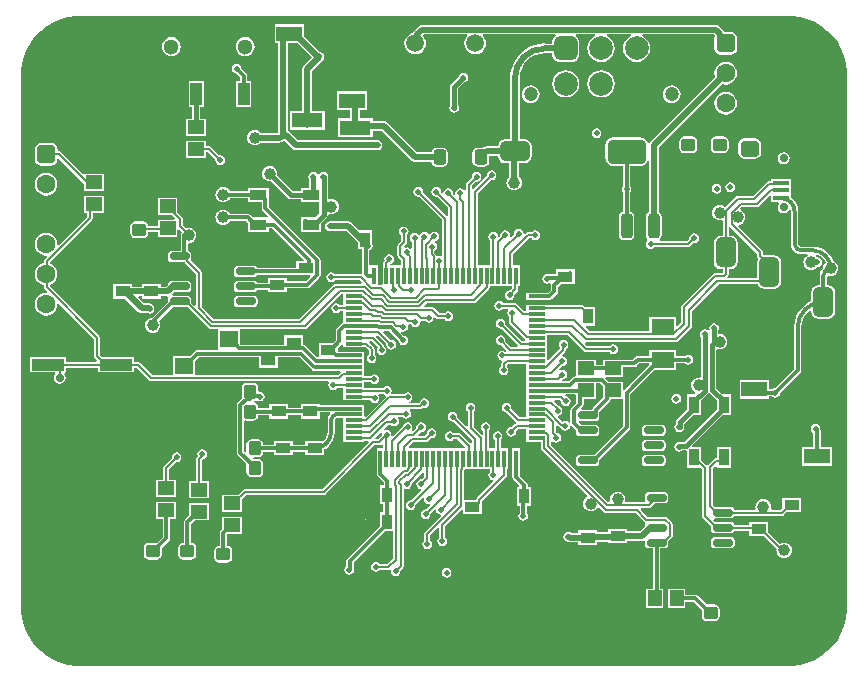
<source format=gtl>
G04*
G04 #@! TF.GenerationSoftware,Altium Limited,Altium Designer,24.3.1 (35)*
G04*
G04 Layer_Physical_Order=1*
G04 Layer_Color=255*
%FSLAX44Y44*%
%MOMM*%
G71*
G04*
G04 #@! TF.SameCoordinates,322CD918-2172-4AA8-915D-2EDBC1309AB6*
G04*
G04*
G04 #@! TF.FilePolarity,Positive*
G04*
G01*
G75*
%ADD10C,0.2000*%
%ADD17C,0.1500*%
%ADD18R,0.9000X1.4500*%
%ADD19R,1.4500X0.9000*%
%ADD20R,1.3000X0.9000*%
%ADD21R,1.3500X1.1500*%
%ADD22R,2.6500X1.2500*%
G04:AMPARAMS|DCode=23|XSize=1.2mm|YSize=1.1mm|CornerRadius=0.275mm|HoleSize=0mm|Usage=FLASHONLY|Rotation=0.000|XOffset=0mm|YOffset=0mm|HoleType=Round|Shape=RoundedRectangle|*
%AMROUNDEDRECTD23*
21,1,1.2000,0.5500,0,0,0.0*
21,1,0.6500,1.1000,0,0,0.0*
1,1,0.5500,0.3250,-0.2750*
1,1,0.5500,-0.3250,-0.2750*
1,1,0.5500,-0.3250,0.2750*
1,1,0.5500,0.3250,0.2750*
%
%ADD23ROUNDEDRECTD23*%
%ADD24R,2.2000X1.3000*%
%ADD25C,1.0000*%
%ADD26R,1.6000X1.4000*%
G04:AMPARAMS|DCode=27|XSize=0.65mm|YSize=1.7mm|CornerRadius=0.1625mm|HoleSize=0mm|Usage=FLASHONLY|Rotation=90.000|XOffset=0mm|YOffset=0mm|HoleType=Round|Shape=RoundedRectangle|*
%AMROUNDEDRECTD27*
21,1,0.6500,1.3750,0,0,90.0*
21,1,0.3250,1.7000,0,0,90.0*
1,1,0.3250,0.6875,0.1625*
1,1,0.3250,0.6875,-0.1625*
1,1,0.3250,-0.6875,-0.1625*
1,1,0.3250,-0.6875,0.1625*
%
%ADD27ROUNDEDRECTD27*%
%ADD28R,1.0000X1.9000*%
%ADD29R,0.9000X1.3000*%
G04:AMPARAMS|DCode=30|XSize=1.08mm|YSize=1.22mm|CornerRadius=0.27mm|HoleSize=0mm|Usage=FLASHONLY|Rotation=180.000|XOffset=0mm|YOffset=0mm|HoleType=Round|Shape=RoundedRectangle|*
%AMROUNDEDRECTD30*
21,1,1.0800,0.6800,0,0,180.0*
21,1,0.5400,1.2200,0,0,180.0*
1,1,0.5400,-0.2700,0.3400*
1,1,0.5400,0.2700,0.3400*
1,1,0.5400,0.2700,-0.3400*
1,1,0.5400,-0.2700,-0.3400*
%
%ADD30ROUNDEDRECTD30*%
%ADD31R,1.4750X0.3000*%
%ADD32R,0.3000X1.4750*%
%ADD33R,1.9500X1.4000*%
%ADD34R,1.3500X0.4000*%
%ADD35R,1.9000X1.8000*%
%ADD36R,1.9000X1.9000*%
G04:AMPARAMS|DCode=37|XSize=3.3mm|YSize=2.1mm|CornerRadius=0.525mm|HoleSize=0mm|Usage=FLASHONLY|Rotation=180.000|XOffset=0mm|YOffset=0mm|HoleType=Round|Shape=RoundedRectangle|*
%AMROUNDEDRECTD37*
21,1,3.3000,1.0500,0,0,180.0*
21,1,2.2500,2.1000,0,0,180.0*
1,1,1.0500,-1.1250,0.5250*
1,1,1.0500,1.1250,0.5250*
1,1,1.0500,1.1250,-0.5250*
1,1,1.0500,-1.1250,-0.5250*
%
%ADD37ROUNDEDRECTD37*%
G04:AMPARAMS|DCode=38|XSize=1mm|YSize=2.1mm|CornerRadius=0.25mm|HoleSize=0mm|Usage=FLASHONLY|Rotation=180.000|XOffset=0mm|YOffset=0mm|HoleType=Round|Shape=RoundedRectangle|*
%AMROUNDEDRECTD38*
21,1,1.0000,1.6000,0,0,180.0*
21,1,0.5000,2.1000,0,0,180.0*
1,1,0.5000,-0.2500,0.8000*
1,1,0.5000,0.2500,0.8000*
1,1,0.5000,0.2500,-0.8000*
1,1,0.5000,-0.2500,-0.8000*
%
%ADD38ROUNDEDRECTD38*%
G04:AMPARAMS|DCode=39|XSize=1.7mm|YSize=2.5mm|CornerRadius=0.425mm|HoleSize=0mm|Usage=FLASHONLY|Rotation=0.000|XOffset=0mm|YOffset=0mm|HoleType=Round|Shape=RoundedRectangle|*
%AMROUNDEDRECTD39*
21,1,1.7000,1.6500,0,0,0.0*
21,1,0.8500,2.5000,0,0,0.0*
1,1,0.8500,0.4250,-0.8250*
1,1,0.8500,-0.4250,-0.8250*
1,1,0.8500,-0.4250,0.8250*
1,1,0.8500,0.4250,0.8250*
%
%ADD39ROUNDEDRECTD39*%
G04:AMPARAMS|DCode=40|XSize=1.3mm|YSize=1.1mm|CornerRadius=0.275mm|HoleSize=0mm|Usage=FLASHONLY|Rotation=90.000|XOffset=0mm|YOffset=0mm|HoleType=Round|Shape=RoundedRectangle|*
%AMROUNDEDRECTD40*
21,1,1.3000,0.5500,0,0,90.0*
21,1,0.7500,1.1000,0,0,90.0*
1,1,0.5500,0.2750,0.3750*
1,1,0.5500,0.2750,-0.3750*
1,1,0.5500,-0.2750,-0.3750*
1,1,0.5500,-0.2750,0.3750*
%
%ADD40ROUNDEDRECTD40*%
G04:AMPARAMS|DCode=41|XSize=1.7mm|YSize=2.5mm|CornerRadius=0.425mm|HoleSize=0mm|Usage=FLASHONLY|Rotation=270.000|XOffset=0mm|YOffset=0mm|HoleType=Round|Shape=RoundedRectangle|*
%AMROUNDEDRECTD41*
21,1,1.7000,1.6500,0,0,270.0*
21,1,0.8500,2.5000,0,0,270.0*
1,1,0.8500,-0.8250,-0.4250*
1,1,0.8500,-0.8250,0.4250*
1,1,0.8500,0.8250,0.4250*
1,1,0.8500,0.8250,-0.4250*
%
%ADD41ROUNDEDRECTD41*%
%ADD42R,2.7500X1.0000*%
%ADD43R,1.1500X1.3500*%
G04:AMPARAMS|DCode=44|XSize=1.6mm|YSize=1.4mm|CornerRadius=0.35mm|HoleSize=0mm|Usage=FLASHONLY|Rotation=180.000|XOffset=0mm|YOffset=0mm|HoleType=Round|Shape=RoundedRectangle|*
%AMROUNDEDRECTD44*
21,1,1.6000,0.7000,0,0,180.0*
21,1,0.9000,1.4000,0,0,180.0*
1,1,0.7000,-0.4500,0.3500*
1,1,0.7000,0.4500,0.3500*
1,1,0.7000,0.4500,-0.3500*
1,1,0.7000,-0.4500,-0.3500*
%
%ADD44ROUNDEDRECTD44*%
%ADD82C,0.5000*%
%ADD83C,0.3000*%
%ADD84C,0.3810*%
%ADD85C,1.6000*%
G04:AMPARAMS|DCode=86|XSize=1.6mm|YSize=1.6mm|CornerRadius=0.4mm|HoleSize=0mm|Usage=FLASHONLY|Rotation=270.000|XOffset=0mm|YOffset=0mm|HoleType=Round|Shape=RoundedRectangle|*
%AMROUNDEDRECTD86*
21,1,1.6000,0.8000,0,0,270.0*
21,1,0.8000,1.6000,0,0,270.0*
1,1,0.8000,-0.4000,-0.4000*
1,1,0.8000,-0.4000,0.4000*
1,1,0.8000,0.4000,0.4000*
1,1,0.8000,0.4000,-0.4000*
%
%ADD86ROUNDEDRECTD86*%
%ADD87C,7.0000*%
%ADD88C,2.0000*%
G04:AMPARAMS|DCode=89|XSize=2mm|YSize=2mm|CornerRadius=0.5mm|HoleSize=0mm|Usage=FLASHONLY|Rotation=270.000|XOffset=0mm|YOffset=0mm|HoleType=Round|Shape=RoundedRectangle|*
%AMROUNDEDRECTD89*
21,1,2.0000,1.0000,0,0,270.0*
21,1,1.0000,2.0000,0,0,270.0*
1,1,1.0000,-0.5000,-0.5000*
1,1,1.0000,-0.5000,0.5000*
1,1,1.0000,0.5000,0.5000*
1,1,1.0000,0.5000,-0.5000*
%
%ADD89ROUNDEDRECTD89*%
%ADD90C,1.2000*%
%ADD91C,1.3000*%
%ADD92C,1.5000*%
%ADD93C,0.7000*%
%ADD94C,0.5000*%
G36*
X650000Y550000D02*
X653277D01*
X659775Y549144D01*
X666106Y547448D01*
X672162Y544940D01*
X677838Y541663D01*
X683038Y537673D01*
X687673Y533038D01*
X691663Y527838D01*
X694940Y522162D01*
X697448Y516106D01*
X699144Y509775D01*
X700000Y503277D01*
Y500000D01*
X700000Y500000D01*
X700000Y500000D01*
X700000Y50000D01*
Y46723D01*
X699144Y40224D01*
X697448Y33893D01*
X694940Y27838D01*
X691663Y22162D01*
X687673Y16962D01*
X683038Y12327D01*
X677838Y8337D01*
X672162Y5060D01*
X666106Y2552D01*
X659775Y856D01*
X653277Y0D01*
X650000Y0D01*
X50000Y0D01*
X46723D01*
X40224Y856D01*
X33893Y2552D01*
X27838Y5060D01*
X22162Y8337D01*
X16962Y12327D01*
X12327Y16962D01*
X8337Y22162D01*
X5060Y27838D01*
X2552Y33893D01*
X856Y40224D01*
X0Y46723D01*
X0Y50000D01*
X0Y500000D01*
Y503277D01*
X856Y509775D01*
X2552Y516106D01*
X5060Y522162D01*
X8337Y527838D01*
X12327Y533038D01*
X16962Y537673D01*
X22162Y541663D01*
X27838Y544940D01*
X33893Y547448D01*
X40224Y549144D01*
X46723Y550000D01*
X50000D01*
X50000Y550000D01*
X650000Y550000D01*
D02*
G37*
%LPC*%
G36*
X588401Y542628D02*
X588401Y542628D01*
X339721D01*
X339721Y542628D01*
X338160Y542318D01*
X336837Y541434D01*
X336837Y541434D01*
X333040Y537636D01*
X332155Y536313D01*
X332068Y535872D01*
X331660Y535818D01*
X329471Y534911D01*
X327591Y533469D01*
X326148Y531589D01*
X325242Y529399D01*
X324932Y527050D01*
X325242Y524701D01*
X326148Y522511D01*
X327591Y520631D01*
X329471Y519188D01*
X331660Y518282D01*
X334010Y517972D01*
X336359Y518282D01*
X338549Y519188D01*
X340429Y520631D01*
X341871Y522511D01*
X342778Y524701D01*
X343088Y527050D01*
X342778Y529399D01*
X341871Y531589D01*
X340429Y533469D01*
X340428Y533489D01*
X341410Y534472D01*
X377781D01*
X378186Y533202D01*
X376949Y531589D01*
X376042Y529399D01*
X375732Y527050D01*
X376042Y524701D01*
X376949Y522511D01*
X378391Y520631D01*
X380271Y519188D01*
X382461Y518282D01*
X384810Y517972D01*
X387160Y518282D01*
X389349Y519188D01*
X391229Y520631D01*
X392672Y522511D01*
X393578Y524701D01*
X393888Y527050D01*
X393578Y529399D01*
X392672Y531589D01*
X391434Y533202D01*
X391839Y534472D01*
X452537D01*
X452904Y533202D01*
X451854Y532396D01*
X450812Y531038D01*
X450157Y529457D01*
X449934Y527760D01*
Y526838D01*
X443800D01*
Y526851D01*
X439187Y526488D01*
X434687Y525407D01*
X430411Y523637D01*
X426466Y521219D01*
X422947Y518213D01*
X419941Y514694D01*
X417523Y510749D01*
X415752Y506473D01*
X414672Y501973D01*
X414309Y497360D01*
X414322D01*
Y445723D01*
X410150D01*
X407906Y445276D01*
X406004Y444006D01*
X404734Y442104D01*
X404287Y439860D01*
Y439688D01*
X394690D01*
X392320Y439376D01*
X390477Y438613D01*
X386860D01*
X385202Y438283D01*
X383796Y437344D01*
X382857Y435938D01*
X382527Y434280D01*
Y426780D01*
X382857Y425122D01*
X383796Y423716D01*
X385202Y422777D01*
X386860Y422447D01*
X392360D01*
X394018Y422777D01*
X395424Y423716D01*
X396363Y425122D01*
X396693Y426780D01*
Y431532D01*
X404287D01*
Y431360D01*
X404734Y429117D01*
X406004Y427215D01*
X407906Y425944D01*
X410150Y425497D01*
X413752D01*
Y414004D01*
X413194Y413576D01*
X412152Y412218D01*
X411497Y410637D01*
X411274Y408940D01*
X411497Y407243D01*
X412152Y405662D01*
X413194Y404304D01*
X414552Y403262D01*
X416133Y402607D01*
X417830Y402384D01*
X419527Y402607D01*
X421108Y403262D01*
X422466Y404304D01*
X423508Y405662D01*
X424163Y407243D01*
X424386Y408940D01*
X424163Y410637D01*
X423508Y412218D01*
X422466Y413576D01*
X421908Y414004D01*
Y425497D01*
X426650D01*
X428894Y425944D01*
X430796Y427215D01*
X432066Y429117D01*
X432513Y431360D01*
Y439860D01*
X432066Y442104D01*
X430796Y444006D01*
X428894Y445276D01*
X426650Y445723D01*
X422478D01*
Y497360D01*
X422442Y497542D01*
X422835Y501530D01*
X424051Y505540D01*
X426027Y509236D01*
X428685Y512475D01*
X431924Y515133D01*
X435620Y517109D01*
X439630Y518325D01*
X443618Y518718D01*
X443800Y518682D01*
X449934D01*
Y517760D01*
X450157Y516063D01*
X450812Y514482D01*
X451854Y513124D01*
X453212Y512082D01*
X454793Y511427D01*
X456490Y511204D01*
X466490D01*
X468187Y511427D01*
X469768Y512082D01*
X471126Y513124D01*
X472168Y514482D01*
X472823Y516063D01*
X473046Y517760D01*
Y527760D01*
X472823Y529457D01*
X472168Y531038D01*
X471126Y532396D01*
X470076Y533202D01*
X470443Y534472D01*
X486395D01*
X486647Y533202D01*
X485690Y532805D01*
X483288Y530962D01*
X481445Y528560D01*
X480286Y525762D01*
X479891Y522760D01*
X480286Y519758D01*
X481445Y516960D01*
X483288Y514558D01*
X485690Y512715D01*
X488488Y511556D01*
X491490Y511161D01*
X494492Y511556D01*
X497290Y512715D01*
X499692Y514558D01*
X501535Y516960D01*
X502694Y519758D01*
X503089Y522760D01*
X502694Y525762D01*
X501535Y528560D01*
X499692Y530962D01*
X497290Y532805D01*
X496333Y533202D01*
X496585Y534472D01*
X516395D01*
X516647Y533202D01*
X515690Y532805D01*
X513288Y530962D01*
X511445Y528560D01*
X510286Y525762D01*
X509891Y522760D01*
X510286Y519758D01*
X511445Y516960D01*
X513288Y514558D01*
X515690Y512715D01*
X518488Y511556D01*
X521490Y511161D01*
X524492Y511556D01*
X527290Y512715D01*
X529692Y514558D01*
X531535Y516960D01*
X532694Y519758D01*
X533089Y522760D01*
X532694Y525762D01*
X531535Y528560D01*
X529692Y530962D01*
X527290Y532805D01*
X526333Y533202D01*
X526585Y534472D01*
X586712D01*
X587827Y533357D01*
X587719Y533196D01*
X587292Y531050D01*
Y523050D01*
X587719Y520904D01*
X588935Y519085D01*
X590754Y517869D01*
X592900Y517442D01*
X600900D01*
X603046Y517869D01*
X604865Y519085D01*
X606081Y520904D01*
X606508Y523050D01*
Y531050D01*
X606081Y533196D01*
X604865Y535015D01*
X603046Y536231D01*
X600900Y536658D01*
X595779D01*
X595210Y537509D01*
X595210Y537509D01*
X591285Y541434D01*
X589962Y542318D01*
X589703Y542369D01*
X588401Y542628D01*
D02*
G37*
G36*
X190000Y532339D02*
X187912Y532064D01*
X185965Y531258D01*
X184294Y529976D01*
X183012Y528304D01*
X182206Y526358D01*
X181931Y524270D01*
X182206Y522182D01*
X183012Y520235D01*
X184294Y518564D01*
X185965Y517282D01*
X187912Y516476D01*
X190000Y516201D01*
X192088Y516476D01*
X194035Y517282D01*
X195706Y518564D01*
X196988Y520235D01*
X197794Y522182D01*
X198069Y524270D01*
X197794Y526358D01*
X196988Y528304D01*
X195706Y529976D01*
X194035Y531258D01*
X192088Y532064D01*
X190000Y532339D01*
D02*
G37*
G36*
X127500D02*
X125412Y532064D01*
X123465Y531258D01*
X121794Y529976D01*
X120512Y528304D01*
X119706Y526358D01*
X119431Y524270D01*
X119706Y522182D01*
X120512Y520235D01*
X121794Y518564D01*
X123465Y517282D01*
X125412Y516476D01*
X127500Y516201D01*
X129588Y516476D01*
X131535Y517282D01*
X133206Y518564D01*
X134488Y520235D01*
X135294Y522182D01*
X135569Y524270D01*
X135294Y526358D01*
X134488Y528304D01*
X133206Y529976D01*
X131535Y531258D01*
X129588Y532064D01*
X127500Y532339D01*
D02*
G37*
G36*
X596900Y511232D02*
X594420Y510905D01*
X592109Y509948D01*
X590125Y508425D01*
X588602Y506441D01*
X587645Y504130D01*
X587318Y501650D01*
X587645Y499170D01*
X587940Y498457D01*
X533196Y443714D01*
X532312Y442391D01*
X532235Y442006D01*
X530949Y442048D01*
X530906Y442372D01*
X530226Y444014D01*
X529144Y445424D01*
X527734Y446506D01*
X526092Y447186D01*
X524330Y447418D01*
X501830D01*
X500068Y447186D01*
X498426Y446506D01*
X497016Y445424D01*
X495934Y444014D01*
X495254Y442372D01*
X495022Y440610D01*
Y430110D01*
X495254Y428348D01*
X495934Y426706D01*
X497016Y425296D01*
X498426Y424214D01*
X500068Y423534D01*
X501830Y423302D01*
X510021D01*
Y406482D01*
X509312Y405421D01*
X509002Y403860D01*
X509312Y402299D01*
X510021Y401238D01*
Y384327D01*
X509019Y384128D01*
X507696Y383244D01*
X506812Y381921D01*
X506502Y380360D01*
Y364360D01*
X506812Y362799D01*
X507696Y361476D01*
X509019Y360592D01*
X510580Y360282D01*
X515580D01*
X517141Y360592D01*
X518464Y361476D01*
X519348Y362799D01*
X519658Y364360D01*
Y380360D01*
X519348Y381921D01*
X518464Y383244D01*
X517141Y384128D01*
X516139Y384327D01*
Y401238D01*
X516848Y402299D01*
X517158Y403860D01*
X516848Y405421D01*
X516139Y406482D01*
Y423302D01*
X524330D01*
X526092Y423534D01*
X527734Y424214D01*
X529144Y425296D01*
X530226Y426706D01*
X530732Y427926D01*
X532002Y427674D01*
Y384116D01*
X530696Y383244D01*
X529812Y381921D01*
X529502Y380360D01*
Y364360D01*
X529812Y362799D01*
X530696Y361476D01*
X530709Y361467D01*
Y359940D01*
X530424Y359749D01*
X529539Y358426D01*
X529229Y356865D01*
X529539Y355304D01*
X530424Y353981D01*
X531747Y353097D01*
X533307Y352787D01*
X534868Y353097D01*
X536191Y353981D01*
X536415Y354316D01*
X565145D01*
X566120Y354510D01*
X566947Y355062D01*
X569835Y357950D01*
X570230Y357872D01*
X571791Y358182D01*
X573114Y359066D01*
X573998Y360389D01*
X574308Y361950D01*
X573998Y363511D01*
X573114Y364834D01*
X571791Y365718D01*
X570230Y366028D01*
X568669Y365718D01*
X567346Y364834D01*
X566462Y363511D01*
X566152Y361950D01*
X566230Y361555D01*
X564089Y359414D01*
X541196D01*
X541013Y359648D01*
X541289Y361359D01*
X541464Y361476D01*
X542348Y362799D01*
X542658Y364360D01*
Y380360D01*
X542348Y381921D01*
X541464Y383244D01*
X540158Y384116D01*
Y439141D01*
X593707Y492690D01*
X594420Y492394D01*
X596900Y492068D01*
X599380Y492394D01*
X601691Y493352D01*
X603675Y494874D01*
X605198Y496859D01*
X606156Y499170D01*
X606482Y501650D01*
X606156Y504130D01*
X605198Y506441D01*
X603675Y508425D01*
X601691Y509948D01*
X599380Y510905D01*
X596900Y511232D01*
D02*
G37*
G36*
X491490Y504359D02*
X488488Y503964D01*
X485690Y502805D01*
X483288Y500962D01*
X481445Y498560D01*
X480286Y495762D01*
X479891Y492760D01*
X480286Y489758D01*
X481445Y486960D01*
X483288Y484558D01*
X485690Y482715D01*
X488488Y481556D01*
X491490Y481161D01*
X494492Y481556D01*
X497290Y482715D01*
X499692Y484558D01*
X501535Y486960D01*
X502694Y489758D01*
X503089Y492760D01*
X502694Y495762D01*
X501535Y498560D01*
X499692Y500962D01*
X497290Y502805D01*
X494492Y503964D01*
X491490Y504359D01*
D02*
G37*
G36*
X461490D02*
X458488Y503964D01*
X455690Y502805D01*
X453288Y500962D01*
X451445Y498560D01*
X450286Y495762D01*
X449891Y492760D01*
X450286Y489758D01*
X451445Y486960D01*
X453288Y484558D01*
X455690Y482715D01*
X458488Y481556D01*
X461490Y481161D01*
X464492Y481556D01*
X467290Y482715D01*
X469692Y484558D01*
X471535Y486960D01*
X472694Y489758D01*
X473089Y492760D01*
X472694Y495762D01*
X471535Y498560D01*
X469692Y500962D01*
X467290Y502805D01*
X464492Y503964D01*
X461490Y504359D01*
D02*
G37*
G36*
X551180Y491435D02*
X549222Y491177D01*
X547398Y490421D01*
X545831Y489219D01*
X544629Y487652D01*
X543873Y485828D01*
X543615Y483870D01*
X543873Y481912D01*
X544629Y480088D01*
X545831Y478521D01*
X547398Y477319D01*
X549222Y476563D01*
X551180Y476305D01*
X553138Y476563D01*
X554962Y477319D01*
X556529Y478521D01*
X557731Y480088D01*
X558487Y481912D01*
X558745Y483870D01*
X558487Y485828D01*
X557731Y487652D01*
X556529Y489219D01*
X554962Y490421D01*
X553138Y491177D01*
X551180Y491435D01*
D02*
G37*
G36*
X431800D02*
X429842Y491177D01*
X428018Y490421D01*
X426451Y489219D01*
X425249Y487652D01*
X424493Y485828D01*
X424235Y483870D01*
X424493Y481912D01*
X425249Y480088D01*
X426451Y478521D01*
X428018Y477319D01*
X429842Y476563D01*
X431800Y476305D01*
X433758Y476563D01*
X435582Y477319D01*
X437149Y478521D01*
X438351Y480088D01*
X439107Y481912D01*
X439365Y483870D01*
X439107Y485828D01*
X438351Y487652D01*
X437149Y489219D01*
X435582Y490421D01*
X433758Y491177D01*
X431800Y491435D01*
D02*
G37*
G36*
X182880Y509538D02*
X181319Y509228D01*
X179996Y508344D01*
X179112Y507021D01*
X178802Y505460D01*
X179112Y503899D01*
X179996Y502576D01*
X181319Y501692D01*
X182571Y501443D01*
X185691Y498323D01*
Y494770D01*
X182250D01*
Y472770D01*
X195250D01*
Y494770D01*
X191809D01*
Y499590D01*
X191809Y499590D01*
X191576Y500760D01*
X190913Y501753D01*
X190913Y501753D01*
X186897Y505769D01*
X186648Y507021D01*
X185764Y508344D01*
X184441Y509228D01*
X182880Y509538D01*
D02*
G37*
G36*
X374650Y501918D02*
X373089Y501608D01*
X371766Y500724D01*
X370882Y499401D01*
X370778Y498878D01*
X364575Y492675D01*
X363823Y491549D01*
X363558Y490220D01*
Y474444D01*
X363262Y474001D01*
X362952Y472440D01*
X363262Y470879D01*
X364146Y469556D01*
X365469Y468672D01*
X367030Y468362D01*
X368591Y468672D01*
X369914Y469556D01*
X370798Y470879D01*
X371108Y472440D01*
X370798Y474001D01*
X370502Y474444D01*
Y488782D01*
X375688Y493968D01*
X376211Y494072D01*
X377534Y494956D01*
X378418Y496279D01*
X378728Y497840D01*
X378418Y499401D01*
X377534Y500724D01*
X376211Y501608D01*
X374650Y501918D01*
D02*
G37*
G36*
X596900Y485832D02*
X594420Y485505D01*
X592109Y484548D01*
X590125Y483025D01*
X588602Y481041D01*
X587645Y478730D01*
X587318Y476250D01*
X587645Y473770D01*
X588602Y471459D01*
X590125Y469474D01*
X592109Y467952D01*
X594420Y466995D01*
X596900Y466668D01*
X599380Y466995D01*
X601691Y467952D01*
X603675Y469474D01*
X605198Y471459D01*
X606156Y473770D01*
X606482Y476250D01*
X606156Y478730D01*
X605198Y481041D01*
X603675Y483025D01*
X601691Y484548D01*
X599380Y485505D01*
X596900Y485832D01*
D02*
G37*
G36*
X240067Y543047D02*
X215067D01*
Y527047D01*
X218172D01*
Y451118D01*
X203184D01*
X202756Y451676D01*
X201398Y452718D01*
X199817Y453373D01*
X198120Y453596D01*
X196423Y453373D01*
X194842Y452718D01*
X193484Y451676D01*
X192442Y450318D01*
X191787Y448737D01*
X191564Y447040D01*
X191787Y445343D01*
X192442Y443762D01*
X193484Y442404D01*
X194842Y441362D01*
X196423Y440707D01*
X198120Y440484D01*
X199817Y440707D01*
X201398Y441362D01*
X202756Y442404D01*
X203184Y442962D01*
X219640D01*
X219957Y443025D01*
X221366Y443210D01*
X222973Y443876D01*
X223699Y444433D01*
X230326Y437806D01*
X230326Y437806D01*
X231649Y436922D01*
X233210Y436612D01*
X302260D01*
X303821Y436922D01*
X305144Y437806D01*
X306028Y439129D01*
X306338Y440690D01*
X306028Y442251D01*
X305144Y443574D01*
X303821Y444458D01*
X302260Y444768D01*
X234899D01*
X227134Y452534D01*
X226328Y453072D01*
Y527047D01*
X234299D01*
X246344Y515002D01*
X239686Y508344D01*
X238802Y507021D01*
X238492Y505460D01*
X238492Y505460D01*
Y469510D01*
X227820D01*
Y454010D01*
X257320D01*
Y469510D01*
X246648D01*
Y503771D01*
X255614Y512736D01*
X255614Y512736D01*
X256498Y514059D01*
X256808Y515620D01*
X256498Y517181D01*
X255614Y518504D01*
X255614Y518504D01*
X255231Y518886D01*
X253908Y519771D01*
X252912Y519969D01*
X240067Y532814D01*
Y543047D01*
D02*
G37*
G36*
X155250Y494770D02*
X142250D01*
Y472770D01*
X145278D01*
Y463180D01*
X140340D01*
Y448680D01*
X156840D01*
Y463180D01*
X152222D01*
Y472770D01*
X155250D01*
Y494770D01*
D02*
G37*
G36*
X487680Y454928D02*
X486119Y454618D01*
X484796Y453734D01*
X483912Y452411D01*
X483602Y450850D01*
X483912Y449289D01*
X484796Y447966D01*
X486119Y447082D01*
X487680Y446772D01*
X489241Y447082D01*
X490564Y447966D01*
X491448Y449289D01*
X491758Y450850D01*
X491448Y452411D01*
X490564Y453734D01*
X489241Y454618D01*
X487680Y454928D01*
D02*
G37*
G36*
X595070Y448113D02*
X588570D01*
X586912Y447783D01*
X585506Y446844D01*
X584567Y445438D01*
X584237Y443780D01*
Y438280D01*
X584567Y436622D01*
X585506Y435216D01*
X586912Y434277D01*
X588570Y433947D01*
X595070D01*
X596728Y434277D01*
X598134Y435216D01*
X599073Y436622D01*
X599403Y438280D01*
Y443780D01*
X599073Y445438D01*
X598134Y446844D01*
X596728Y447783D01*
X595070Y448113D01*
D02*
G37*
G36*
X568400D02*
X561900D01*
X560242Y447783D01*
X558836Y446844D01*
X557897Y445438D01*
X557567Y443780D01*
Y438280D01*
X557897Y436622D01*
X558836Y435216D01*
X560242Y434277D01*
X561900Y433947D01*
X568400D01*
X570058Y434277D01*
X571464Y435216D01*
X572403Y436622D01*
X572733Y438280D01*
Y443780D01*
X572403Y445438D01*
X571464Y446844D01*
X570058Y447783D01*
X568400Y448113D01*
D02*
G37*
G36*
X621720Y446508D02*
X612720D01*
X610769Y446120D01*
X609115Y445015D01*
X608010Y443361D01*
X607622Y441410D01*
Y434410D01*
X608010Y432459D01*
X609115Y430805D01*
X610769Y429700D01*
X612720Y429312D01*
X621720D01*
X623671Y429700D01*
X625325Y430805D01*
X626430Y432459D01*
X626818Y434410D01*
Y441410D01*
X626430Y443361D01*
X625325Y445015D01*
X623671Y446120D01*
X621720Y446508D01*
D02*
G37*
G36*
X646060Y434788D02*
X644109Y434400D01*
X642455Y433295D01*
X641350Y431641D01*
X640962Y429690D01*
X641350Y427739D01*
X642455Y426085D01*
X644109Y424980D01*
X646060Y424592D01*
X648011Y424980D01*
X649665Y426085D01*
X650770Y427739D01*
X651158Y429690D01*
X650770Y431641D01*
X649665Y433295D01*
X648011Y434400D01*
X646060Y434788D01*
D02*
G37*
G36*
X156840Y444680D02*
X140340D01*
Y430180D01*
X156840D01*
Y434881D01*
X158414D01*
X164910Y428385D01*
X164832Y427990D01*
X165142Y426429D01*
X166026Y425106D01*
X167349Y424222D01*
X168910Y423912D01*
X170471Y424222D01*
X171794Y425106D01*
X172678Y426429D01*
X172988Y427990D01*
X172678Y429551D01*
X171794Y430874D01*
X170471Y431758D01*
X168910Y432068D01*
X168515Y431990D01*
X161272Y439232D01*
X160445Y439785D01*
X159470Y439979D01*
X156840D01*
Y444680D01*
D02*
G37*
G36*
X293000Y486480D02*
X268000D01*
Y470480D01*
X279132D01*
Y463420D01*
X268460D01*
Y447920D01*
X297960D01*
Y453122D01*
X305895D01*
X331371Y427646D01*
X331371Y427646D01*
X332694Y426762D01*
X334254Y426452D01*
X347592D01*
X347857Y425122D01*
X348796Y423716D01*
X350202Y422777D01*
X351860Y422447D01*
X357360D01*
X359018Y422777D01*
X360424Y423716D01*
X361363Y425122D01*
X361693Y426780D01*
Y434280D01*
X361363Y435938D01*
X360424Y437344D01*
X359018Y438283D01*
X357360Y438613D01*
X351860D01*
X350202Y438283D01*
X348796Y437344D01*
X347857Y435938D01*
X347592Y434608D01*
X335944D01*
X310468Y460084D01*
X309145Y460968D01*
X307584Y461278D01*
X307584Y461278D01*
X297960D01*
Y463420D01*
X287288D01*
Y470480D01*
X293000D01*
Y486480D01*
D02*
G37*
G36*
X398780Y419368D02*
X397219Y419058D01*
X395896Y418174D01*
X395012Y416851D01*
X394702Y415290D01*
X394780Y414895D01*
X383229Y403344D01*
X381959Y403870D01*
Y406294D01*
X385685Y410020D01*
X386080Y409942D01*
X387641Y410252D01*
X388964Y411136D01*
X389848Y412459D01*
X390158Y414020D01*
X389848Y415581D01*
X388964Y416904D01*
X387641Y417788D01*
X386080Y418098D01*
X384519Y417788D01*
X383196Y416904D01*
X382312Y415581D01*
X382002Y414020D01*
X382080Y413625D01*
X377608Y409152D01*
X377055Y408326D01*
X376861Y407350D01*
Y402425D01*
X375591Y402040D01*
X374994Y402934D01*
X373671Y403818D01*
X372110Y404128D01*
X370549Y403818D01*
X369226Y402934D01*
X368342Y401611D01*
X368032Y400050D01*
X368201Y399200D01*
X367030Y398574D01*
X365950Y399655D01*
X366028Y400050D01*
X365718Y401611D01*
X364834Y402934D01*
X363511Y403818D01*
X361950Y404128D01*
X360389Y403818D01*
X359066Y402934D01*
X358182Y401611D01*
X357969Y400541D01*
X356678Y400037D01*
X355790Y400925D01*
X355868Y401320D01*
X355558Y402881D01*
X354674Y404204D01*
X353351Y405088D01*
X351790Y405398D01*
X350229Y405088D01*
X348906Y404204D01*
X348022Y402881D01*
X347712Y401320D01*
X348022Y399759D01*
X348906Y398436D01*
X350229Y397552D01*
X351790Y397242D01*
X352185Y397320D01*
X361861Y387644D01*
Y381410D01*
X360591Y380884D01*
X340550Y400925D01*
X340628Y401320D01*
X340318Y402881D01*
X339434Y404204D01*
X338111Y405088D01*
X336550Y405398D01*
X334989Y405088D01*
X333666Y404204D01*
X332782Y402881D01*
X332472Y401320D01*
X332782Y399759D01*
X333666Y398436D01*
X334989Y397552D01*
X336550Y397242D01*
X336945Y397320D01*
X356861Y377404D01*
Y347431D01*
X355591Y346727D01*
X354330Y346978D01*
X353112Y346736D01*
X352438Y346951D01*
X351766Y347525D01*
X351667Y348019D01*
X351170Y348763D01*
X351170Y348763D01*
X350274Y349659D01*
Y351243D01*
X351438Y352020D01*
X352322Y353343D01*
X352632Y354904D01*
X352322Y356465D01*
X351438Y357788D01*
X350661Y358307D01*
X350929Y359655D01*
X351720Y359813D01*
X353043Y360697D01*
X353927Y362020D01*
X354238Y363581D01*
X353927Y365141D01*
X353043Y366464D01*
X351720Y367348D01*
X350159Y367659D01*
X348599Y367348D01*
X347276Y366464D01*
X346493Y365292D01*
X345724Y365177D01*
X345111Y365211D01*
X344514Y366104D01*
X343191Y366988D01*
X341630Y367298D01*
X340069Y366988D01*
X338746Y366104D01*
X338088Y365118D01*
X336975Y364959D01*
X336618Y365031D01*
X336461Y365266D01*
X335138Y366151D01*
X333577Y366461D01*
X332017Y366151D01*
X330694Y365266D01*
X329809Y363943D01*
X329499Y362383D01*
X329809Y360822D01*
X330694Y359499D01*
X331283Y359105D01*
Y353733D01*
X330992Y353513D01*
X330013Y353171D01*
X328971Y353867D01*
X327410Y354178D01*
X326180Y353933D01*
X325113Y354431D01*
X324785Y354683D01*
X324713Y355169D01*
X326212Y356669D01*
X326765Y357495D01*
X326959Y358471D01*
Y364632D01*
X327294Y364856D01*
X328178Y366179D01*
X328488Y367740D01*
X328178Y369301D01*
X327294Y370624D01*
X325971Y371508D01*
X324410Y371818D01*
X322849Y371508D01*
X321526Y370624D01*
X320642Y369301D01*
X320332Y367740D01*
X320642Y366179D01*
X321526Y364856D01*
X321861Y364632D01*
Y359527D01*
X319608Y357273D01*
X319055Y356446D01*
X318861Y355471D01*
Y347555D01*
X319055Y346579D01*
X319608Y345752D01*
X321861Y343499D01*
Y338985D01*
X313196D01*
X313071Y340255D01*
X313538Y340348D01*
X314861Y341232D01*
X315745Y342555D01*
X316055Y344116D01*
X315745Y345676D01*
X314861Y347000D01*
X313538Y347884D01*
X311977Y348194D01*
X310416Y347884D01*
X309093Y347000D01*
X308209Y345676D01*
X307898Y344116D01*
X308112Y343044D01*
X307608Y342540D01*
X307055Y341713D01*
X306861Y340737D01*
Y338985D01*
X306410D01*
Y323647D01*
X305140Y322737D01*
X304904Y322784D01*
X302410D01*
Y329814D01*
X302469Y330110D01*
Y330200D01*
X302410Y330495D01*
Y338985D01*
X296410D01*
Y338985D01*
X295159Y339030D01*
Y351746D01*
X295591Y351832D01*
X296860Y352680D01*
X297490D01*
Y353578D01*
X297798Y354039D01*
X298108Y355600D01*
X297798Y357161D01*
X297490Y357621D01*
Y368680D01*
X286718D01*
X280404Y374994D01*
X279081Y375878D01*
X277520Y376188D01*
X277520Y376188D01*
X261620D01*
X260059Y375878D01*
X258736Y374994D01*
X257852Y373671D01*
X257542Y372110D01*
X257852Y370549D01*
X258736Y369226D01*
X260059Y368342D01*
X261620Y368032D01*
X275831D01*
X285490Y358372D01*
Y352680D01*
X289041D01*
Y332624D01*
X288449Y331721D01*
X287841Y331479D01*
X265998D01*
X265774Y331814D01*
X264451Y332698D01*
X262890Y333008D01*
X261329Y332698D01*
X260006Y331814D01*
X259122Y330491D01*
X258812Y328930D01*
X259122Y327369D01*
X260006Y326046D01*
X261329Y325162D01*
X262890Y324852D01*
X264451Y325162D01*
X265774Y326046D01*
X265998Y326381D01*
X287124D01*
X288799Y324706D01*
X288312Y323533D01*
X266144D01*
X265168Y323339D01*
X264341Y322786D01*
X235368Y293813D01*
X163341D01*
X153399Y303754D01*
Y332677D01*
X153205Y333652D01*
X152653Y334479D01*
X143933Y343199D01*
X144379Y343866D01*
X144621Y345085D01*
Y348335D01*
X144379Y349554D01*
X143688Y350588D01*
X142654Y351279D01*
X141489Y351511D01*
Y357275D01*
X142240Y357934D01*
X143937Y358157D01*
X145518Y358812D01*
X146876Y359854D01*
X147918Y361212D01*
X148573Y362793D01*
X148796Y364490D01*
X148573Y366187D01*
X147918Y367768D01*
X146876Y369126D01*
X145518Y370168D01*
X143937Y370823D01*
X142240Y371046D01*
X140543Y370823D01*
X139814Y370521D01*
X137374Y372961D01*
Y378345D01*
X137180Y379321D01*
X136627Y380148D01*
X132710Y384065D01*
Y396230D01*
X116210D01*
Y381730D01*
X127835D01*
X130662Y378903D01*
X130176Y377730D01*
X116210D01*
Y372119D01*
X107886D01*
X107583Y373638D01*
X106644Y375044D01*
X105238Y375983D01*
X103580Y376313D01*
X97080D01*
X95422Y375983D01*
X94016Y375044D01*
X93077Y373638D01*
X92747Y371980D01*
Y366480D01*
X93077Y364822D01*
X94016Y363416D01*
X95422Y362477D01*
X97080Y362147D01*
X103580D01*
X105238Y362477D01*
X106644Y363416D01*
X107583Y364822D01*
X107913Y366480D01*
Y367021D01*
X116210D01*
Y363230D01*
X132710D01*
Y368619D01*
X133980Y369145D01*
X136209Y366916D01*
X135959Y366312D01*
X135604Y365780D01*
X135371Y364610D01*
Y351521D01*
X127685D01*
X126466Y351279D01*
X125432Y350588D01*
X124741Y349554D01*
X124499Y348335D01*
Y345085D01*
X124741Y343866D01*
X125432Y342832D01*
X126466Y342141D01*
X127685Y341899D01*
X138744D01*
X138854Y341343D01*
X139407Y340516D01*
X148302Y331621D01*
Y305382D01*
X147128Y304897D01*
X144621Y307404D01*
Y310235D01*
X144379Y311454D01*
X143688Y312488D01*
X142654Y313179D01*
X141435Y313421D01*
X128985D01*
X128459Y314691D01*
X130266Y316499D01*
X141435D01*
X142654Y316741D01*
X143688Y317432D01*
X144379Y318466D01*
X144621Y319685D01*
Y322935D01*
X144379Y324154D01*
X143688Y325188D01*
X142654Y325879D01*
X141435Y326121D01*
X127685D01*
X126466Y325879D01*
X125432Y325188D01*
X124741Y324154D01*
X124499Y322935D01*
Y322267D01*
X123201Y320968D01*
X118490D01*
Y322890D01*
X102490D01*
Y320968D01*
X94360D01*
Y322890D01*
X78360D01*
Y310890D01*
X88592D01*
X99723Y299759D01*
X99724Y299759D01*
X101047Y298875D01*
X102607Y298564D01*
X107551D01*
X107659Y298492D01*
X109220Y298182D01*
X110781Y298492D01*
X112104Y299376D01*
X112988Y300699D01*
X113298Y302260D01*
X112988Y303821D01*
X112104Y305144D01*
X112104Y305144D01*
X111721Y305527D01*
X110398Y306411D01*
X108837Y306721D01*
X108837Y306721D01*
X104297D01*
X99379Y311638D01*
X99865Y312812D01*
X102490D01*
Y310890D01*
X118490D01*
Y312812D01*
X124121D01*
X124800Y311542D01*
X124741Y311454D01*
X124499Y310235D01*
Y308125D01*
X111138Y294764D01*
X110063Y294623D01*
X108482Y293968D01*
X107124Y292926D01*
X106082Y291568D01*
X105427Y289987D01*
X105204Y288290D01*
X105427Y286593D01*
X106082Y285012D01*
X107124Y283654D01*
X108482Y282612D01*
X110063Y281957D01*
X111760Y281734D01*
X113457Y281957D01*
X115038Y282612D01*
X116396Y283654D01*
X117438Y285012D01*
X118093Y286593D01*
X118316Y288290D01*
X118093Y289987D01*
X117438Y291568D01*
X117071Y292045D01*
X128825Y303799D01*
X141017D01*
X159108Y285708D01*
X159935Y285155D01*
X160910Y284961D01*
X166980D01*
Y268430D01*
X166980D01*
X166838Y267219D01*
X149710D01*
X149710Y267219D01*
X148539Y266986D01*
X147547Y266323D01*
X143654Y262430D01*
X128980D01*
Y246169D01*
X111766D01*
X101182Y256752D01*
X100356Y257305D01*
X99380Y257499D01*
X96070D01*
Y261450D01*
X69175D01*
X67319Y263306D01*
Y277739D01*
X67125Y278715D01*
X66572Y279542D01*
X24858Y321256D01*
X25031Y322612D01*
X26381Y323172D01*
X28365Y324695D01*
X29888Y326679D01*
X30845Y328990D01*
X31172Y331470D01*
X30845Y333950D01*
X29888Y336261D01*
X28365Y338246D01*
X26381Y339768D01*
X25031Y340327D01*
X24858Y341684D01*
X60222Y377048D01*
X60775Y377875D01*
X60969Y378851D01*
Y383550D01*
X70480D01*
Y398050D01*
X53980D01*
Y393256D01*
X53931Y393010D01*
Y392010D01*
X53980Y391764D01*
Y383550D01*
X55871D01*
Y379907D01*
X32285Y356321D01*
X31734Y356593D01*
X31156Y356988D01*
X30845Y359350D01*
X29888Y361661D01*
X28365Y363645D01*
X26381Y365168D01*
X24070Y366125D01*
X21590Y366452D01*
X19110Y366125D01*
X16799Y365168D01*
X14815Y363645D01*
X13292Y361661D01*
X12335Y359350D01*
X12008Y356870D01*
X12335Y354390D01*
X13292Y352079D01*
X14815Y350094D01*
X16799Y348572D01*
X19110Y347615D01*
X21472Y347304D01*
X21867Y346726D01*
X22139Y346175D01*
X20237Y344272D01*
X19684Y343446D01*
X19490Y342470D01*
Y340775D01*
X19110Y340726D01*
X16799Y339768D01*
X14815Y338246D01*
X13292Y336261D01*
X12335Y333950D01*
X12008Y331470D01*
X12335Y328990D01*
X13292Y326679D01*
X14815Y324695D01*
X16799Y323172D01*
X19110Y322215D01*
X19490Y322164D01*
Y320470D01*
X19684Y319494D01*
X20237Y318668D01*
X22139Y316765D01*
X21867Y316213D01*
X21472Y315636D01*
X19110Y315326D01*
X16799Y314368D01*
X14815Y312845D01*
X13292Y310861D01*
X12335Y308550D01*
X12008Y306070D01*
X12335Y303590D01*
X13292Y301279D01*
X14815Y299294D01*
X16799Y297772D01*
X19110Y296814D01*
X21590Y296488D01*
X24070Y296814D01*
X26381Y297772D01*
X28365Y299294D01*
X29888Y301279D01*
X30845Y303590D01*
X31156Y305952D01*
X31734Y306347D01*
X32285Y306619D01*
X62221Y276683D01*
Y262250D01*
X62415Y261275D01*
X62968Y260448D01*
X64646Y258769D01*
X64120Y257499D01*
X38570D01*
Y261450D01*
X8070D01*
Y248450D01*
X28676D01*
X28921Y248117D01*
X29238Y247180D01*
X28310Y245791D01*
X27922Y243840D01*
X28310Y241889D01*
X29415Y240235D01*
X31069Y239130D01*
X33020Y238742D01*
X34971Y239130D01*
X36625Y240235D01*
X37730Y241889D01*
X38118Y243840D01*
X37730Y245791D01*
X36802Y247180D01*
X37120Y248117D01*
X37364Y248450D01*
X38570D01*
Y252401D01*
X65570D01*
Y248450D01*
X96070D01*
Y252401D01*
X98324D01*
X108908Y241818D01*
X109735Y241265D01*
X110710Y241071D01*
X260368D01*
X261047Y239801D01*
X260632Y239181D01*
X260322Y237620D01*
X260632Y236059D01*
X261516Y234736D01*
X262839Y233852D01*
X264400Y233542D01*
X265961Y233852D01*
X267284Y234736D01*
X267544Y235126D01*
X273155D01*
Y224730D01*
X290905D01*
Y225181D01*
X294537D01*
X294865Y224962D01*
X295840Y224768D01*
X295973D01*
X296836Y223476D01*
X298159Y222592D01*
X299720Y222282D01*
X301281Y222592D01*
X302604Y223476D01*
X303488Y224799D01*
X303798Y226360D01*
X303488Y227921D01*
X302741Y229038D01*
X302974Y229812D01*
X303297Y230308D01*
X307087D01*
X307226Y230100D01*
X308549Y229216D01*
X308771Y229172D01*
X309139Y227957D01*
X292175Y210992D01*
X290905Y211518D01*
Y220730D01*
X282325D01*
X282030Y220789D01*
X253110D01*
Y221290D01*
X237110D01*
Y218349D01*
X226440D01*
Y221290D01*
X210440D01*
Y218179D01*
X201292D01*
Y218520D01*
X200966Y220159D01*
X200038Y221548D01*
X198649Y222476D01*
X198146Y222576D01*
X197571Y223986D01*
X197860Y224407D01*
X198649Y224564D01*
X199317Y225010D01*
X199616Y224951D01*
X200939Y224067D01*
X202500Y223756D01*
X204061Y224067D01*
X205384Y224951D01*
X206268Y226274D01*
X206578Y227835D01*
X206268Y229395D01*
X205384Y230718D01*
X204061Y231603D01*
X202500Y231913D01*
X202274Y231868D01*
X201292Y232674D01*
Y235320D01*
X200966Y236959D01*
X200038Y238348D01*
X198649Y239276D01*
X197010Y239602D01*
X191610D01*
X189971Y239276D01*
X188582Y238348D01*
X187654Y236959D01*
X187328Y235320D01*
Y228520D01*
X187642Y226939D01*
X183747Y223044D01*
X183084Y222052D01*
X182851Y220881D01*
X182851Y220881D01*
Y180260D01*
X182851Y180260D01*
X183084Y179090D01*
X183747Y178097D01*
X191138Y170707D01*
Y163950D01*
X191464Y162311D01*
X192392Y160922D01*
X193781Y159994D01*
X195420Y159668D01*
X200820D01*
X202459Y159994D01*
X203848Y160922D01*
X204776Y162311D01*
X205102Y163950D01*
Y170750D01*
X204776Y172389D01*
X203848Y173778D01*
X202459Y174706D01*
X200820Y175032D01*
X196511D01*
X196411Y175198D01*
X197125Y176468D01*
X200820D01*
X202459Y176794D01*
X203848Y177722D01*
X204776Y179111D01*
X205102Y180750D01*
Y181041D01*
X214250D01*
Y178100D01*
X230250D01*
Y181041D01*
X240920D01*
Y178100D01*
X256920D01*
Y183104D01*
X258394Y183892D01*
X260978Y186012D01*
X263098Y188596D01*
X264674Y191544D01*
X265644Y194743D01*
X265972Y198070D01*
X265949D01*
Y208280D01*
X265935Y208347D01*
X266327Y209293D01*
X267274Y209685D01*
X267340Y209671D01*
X273155D01*
Y199730D01*
Y189730D01*
X290905D01*
Y190181D01*
X294137D01*
X294623Y189008D01*
X255484Y149869D01*
X189870D01*
X188895Y149675D01*
X188068Y149122D01*
X183715Y144770D01*
X170820D01*
Y130270D01*
X187320D01*
Y141165D01*
X190926Y144771D01*
X256540D01*
X257516Y144965D01*
X258342Y145518D01*
X299468Y186643D01*
X303492D01*
X304467Y186837D01*
X305294Y187390D01*
X305688Y187783D01*
X306861Y187297D01*
Y184225D01*
X301410D01*
Y175646D01*
X301351Y175350D01*
Y162673D01*
X301351Y162673D01*
X301584Y161502D01*
X302247Y160510D01*
X307441Y155316D01*
Y152780D01*
X304490D01*
Y136780D01*
X306891D01*
Y129920D01*
X303950D01*
Y118246D01*
X276733Y91028D01*
X276069Y90036D01*
X275837Y88865D01*
X275837Y88865D01*
Y84558D01*
X275246Y84164D01*
X274362Y82841D01*
X274052Y81280D01*
X274362Y79719D01*
X275246Y78396D01*
X276569Y77512D01*
X278130Y77202D01*
X279691Y77512D01*
X281014Y78396D01*
X281898Y79719D01*
X282208Y81280D01*
X281954Y82558D01*
Y87598D01*
X308276Y113920D01*
X314941D01*
Y90936D01*
X310211Y86206D01*
X303797D01*
X303574Y86541D01*
X302250Y87425D01*
X300690Y87736D01*
X299129Y87425D01*
X297806Y86541D01*
X296922Y85218D01*
X296611Y83657D01*
X296922Y82096D01*
X297806Y80773D01*
X299129Y79889D01*
X300690Y79579D01*
X302250Y79889D01*
X303574Y80773D01*
X303797Y81108D01*
X311267D01*
X312243Y81302D01*
X312405Y81411D01*
X313548Y80647D01*
X313422Y80010D01*
X313732Y78449D01*
X314616Y77126D01*
X315939Y76242D01*
X317500Y75932D01*
X319061Y76242D01*
X320384Y77126D01*
X321268Y78449D01*
X321578Y80010D01*
X321500Y80405D01*
X323520Y82425D01*
X324072Y83252D01*
X324267Y84228D01*
Y149339D01*
X325241Y149860D01*
X325536Y149883D01*
X327000Y149592D01*
X328561Y149902D01*
X329884Y150786D01*
X330768Y152109D01*
X331078Y153670D01*
X330899Y154574D01*
X340591Y164266D01*
X341097Y164198D01*
X341861Y163821D01*
Y160046D01*
X339485Y157670D01*
X339090Y157748D01*
X337529Y157438D01*
X336206Y156554D01*
X335322Y155231D01*
X335012Y153670D01*
X335322Y152109D01*
X336206Y150786D01*
X337529Y149902D01*
X338599Y149689D01*
X339103Y148398D01*
X330595Y139890D01*
X330200Y139968D01*
X328639Y139658D01*
X327316Y138774D01*
X326432Y137451D01*
X326122Y135890D01*
X326432Y134329D01*
X327316Y133006D01*
X328639Y132122D01*
X330200Y131812D01*
X331761Y132122D01*
X333084Y133006D01*
X333968Y134329D01*
X334278Y135890D01*
X334200Y136285D01*
X340360Y142445D01*
X341531Y141820D01*
X341362Y140970D01*
X341672Y139409D01*
X342556Y138086D01*
X343879Y137202D01*
X345440Y136892D01*
X346290Y137061D01*
X346916Y135890D01*
X343295Y132270D01*
X342900Y132348D01*
X341339Y132038D01*
X340016Y131154D01*
X339132Y129831D01*
X338822Y128270D01*
X339132Y126709D01*
X340016Y125386D01*
X341339Y124502D01*
X342900Y124192D01*
X344461Y124502D01*
X345784Y125386D01*
X346668Y126709D01*
X346978Y128270D01*
X346900Y128665D01*
X350328Y132093D01*
X351619Y131589D01*
X351832Y130519D01*
X352716Y129196D01*
X354039Y128312D01*
X355109Y128099D01*
X355613Y126808D01*
X342368Y113562D01*
X341815Y112736D01*
X341621Y111760D01*
Y105978D01*
X341286Y105754D01*
X340402Y104431D01*
X340092Y102870D01*
X340402Y101309D01*
X341286Y99986D01*
X342609Y99102D01*
X344170Y98792D01*
X345731Y99102D01*
X347054Y99986D01*
X347938Y101309D01*
X348248Y102870D01*
X347938Y104431D01*
X347054Y105754D01*
X346719Y105978D01*
Y110704D01*
X353148Y117133D01*
X354321Y116647D01*
Y108518D01*
X353986Y108294D01*
X353102Y106971D01*
X352792Y105410D01*
X353102Y103849D01*
X353986Y102526D01*
X355309Y101642D01*
X356870Y101332D01*
X358431Y101642D01*
X359754Y102526D01*
X360638Y103849D01*
X360948Y105410D01*
X360638Y106971D01*
X359754Y108294D01*
X359419Y108518D01*
Y118455D01*
X373097Y132132D01*
X374270Y131646D01*
Y128690D01*
X390270D01*
Y137944D01*
X390319Y138190D01*
Y139134D01*
X411212Y160028D01*
X411765Y160855D01*
X411959Y161830D01*
Y166475D01*
X412410D01*
Y184225D01*
X406684D01*
Y191386D01*
X406744Y191426D01*
X407628Y192749D01*
X407938Y194310D01*
X407628Y195871D01*
X406744Y197194D01*
X405421Y198078D01*
X403860Y198388D01*
X402299Y198078D01*
X400976Y197194D01*
X400092Y195871D01*
X399782Y194310D01*
X400092Y192749D01*
X400976Y191426D01*
X401586Y191019D01*
Y184225D01*
X396604D01*
Y199076D01*
X397468Y200369D01*
X397778Y201930D01*
X397468Y203491D01*
X396584Y204814D01*
X395261Y205698D01*
X393700Y206008D01*
X392139Y205698D01*
X390816Y204814D01*
X389932Y203491D01*
X389622Y201930D01*
X389932Y200369D01*
X390816Y199046D01*
X391506Y198585D01*
Y195959D01*
X390236Y195434D01*
X383549Y202120D01*
Y215332D01*
X383884Y215556D01*
X384768Y216879D01*
X385078Y218440D01*
X384768Y220001D01*
X383884Y221324D01*
X382561Y222208D01*
X381000Y222518D01*
X379439Y222208D01*
X378116Y221324D01*
X377232Y220001D01*
X376922Y218440D01*
X377232Y216879D01*
X378116Y215556D01*
X378451Y215332D01*
Y203393D01*
X377278Y202907D01*
X369760Y210425D01*
X369838Y210820D01*
X369528Y212381D01*
X368644Y213704D01*
X367321Y214588D01*
X365760Y214898D01*
X364199Y214588D01*
X362876Y213704D01*
X361992Y212381D01*
X361682Y210820D01*
X361992Y209259D01*
X362876Y207936D01*
X364199Y207052D01*
X365760Y206742D01*
X366155Y206820D01*
X381861Y191114D01*
Y188690D01*
X380591Y188164D01*
X372522Y196232D01*
X371696Y196785D01*
X370720Y196979D01*
X366247D01*
X366104Y197194D01*
X364781Y198078D01*
X363220Y198388D01*
X361659Y198078D01*
X360336Y197194D01*
X359452Y195871D01*
X359142Y194310D01*
X359452Y192749D01*
X360336Y191426D01*
X361659Y190542D01*
X363220Y190232D01*
X364781Y190542D01*
X366104Y191426D01*
X366408Y191881D01*
X369664D01*
X376050Y185495D01*
X375524Y184225D01*
X329189D01*
X328703Y185398D01*
X332526Y189221D01*
X342900D01*
X343876Y189415D01*
X344702Y189968D01*
X347585Y192850D01*
X347980Y192772D01*
X349541Y193082D01*
X350864Y193966D01*
X351748Y195289D01*
X352058Y196850D01*
X351748Y198411D01*
X350864Y199734D01*
X349541Y200618D01*
X347980Y200928D01*
X346419Y200618D01*
X345096Y199734D01*
X344212Y198411D01*
X343902Y196850D01*
X343980Y196455D01*
X341844Y194319D01*
X336743D01*
X336257Y195492D01*
X338695Y197930D01*
X339090Y197852D01*
X340651Y198162D01*
X341974Y199046D01*
X342858Y200369D01*
X343168Y201930D01*
X342858Y203491D01*
X341974Y204814D01*
X340651Y205698D01*
X339090Y206008D01*
X337529Y205698D01*
X336206Y204814D01*
X335322Y203491D01*
X335012Y201930D01*
X335090Y201535D01*
X332085Y198530D01*
X331770Y198595D01*
X331189Y200011D01*
X331428Y200369D01*
X331738Y201930D01*
X331428Y203491D01*
X330544Y204814D01*
X329221Y205698D01*
X327660Y206008D01*
X326099Y205698D01*
X324776Y204814D01*
X323892Y203491D01*
X323779Y202924D01*
X314960Y194104D01*
X313789Y194730D01*
X313958Y195580D01*
X313648Y197141D01*
X312764Y198464D01*
X311441Y199348D01*
X309880Y199658D01*
X308319Y199348D01*
X306996Y198464D01*
X306112Y197141D01*
X305802Y195580D01*
X305880Y195185D01*
X302436Y191741D01*
X300088D01*
X299601Y192914D01*
X310786Y204098D01*
X313388D01*
X314669Y203242D01*
X316230Y202932D01*
X317791Y203242D01*
X319114Y204126D01*
X319998Y205449D01*
X320308Y207010D01*
X319998Y208571D01*
X319350Y209541D01*
X319804Y210686D01*
X319912Y210811D01*
X323282D01*
X323506Y210476D01*
X324829Y209592D01*
X326390Y209282D01*
X327951Y209592D01*
X329274Y210476D01*
X330158Y211799D01*
X330468Y213360D01*
X330158Y214921D01*
X329510Y215891D01*
X329964Y217036D01*
X330072Y217161D01*
X337958D01*
X338934Y217355D01*
X339761Y217908D01*
X340291Y218438D01*
X341630Y218172D01*
X343191Y218482D01*
X344514Y219366D01*
X345398Y220689D01*
X345708Y222250D01*
X345398Y223811D01*
X344514Y225134D01*
X343191Y226018D01*
X341630Y226328D01*
X340069Y226018D01*
X338746Y225134D01*
X337862Y223811D01*
X337715Y223071D01*
X336903Y222259D01*
X329179D01*
X329054Y223529D01*
X329221Y223562D01*
X330544Y224446D01*
X331428Y225769D01*
X331738Y227330D01*
X331428Y228891D01*
X330544Y230214D01*
X329221Y231098D01*
X327660Y231408D01*
X326099Y231098D01*
X324776Y230214D01*
X324552Y229879D01*
X314373D01*
X313694Y231149D01*
X313878Y231423D01*
X314188Y232984D01*
X313878Y234545D01*
X312994Y235868D01*
X311670Y236752D01*
X310110Y237062D01*
X308549Y236752D01*
X307226Y235868D01*
X306917Y235406D01*
X290905D01*
Y240181D01*
X296452D01*
X296676Y239846D01*
X297999Y238962D01*
X299560Y238652D01*
X301121Y238962D01*
X302444Y239846D01*
X303328Y241169D01*
X303638Y242730D01*
X303328Y244291D01*
X302444Y245614D01*
X301121Y246498D01*
X299560Y246808D01*
X297999Y246498D01*
X296676Y245614D01*
X296452Y245279D01*
X290905D01*
Y254730D01*
Y265730D01*
X282325D01*
X282030Y265789D01*
X268350D01*
Y269034D01*
X271885Y272569D01*
X272416Y272494D01*
X273155Y272120D01*
Y269730D01*
X290905D01*
Y269730D01*
X292070Y269476D01*
X294631Y266914D01*
Y263458D01*
X294296Y263234D01*
X293412Y261911D01*
X293102Y260350D01*
X293412Y258789D01*
X294296Y257466D01*
X295619Y256582D01*
X297180Y256272D01*
X298741Y256582D01*
X300064Y257466D01*
X300948Y258789D01*
X301258Y260350D01*
X300948Y261911D01*
X300064Y263234D01*
X299729Y263458D01*
Y267970D01*
X299535Y268945D01*
X298982Y269772D01*
X294844Y273911D01*
X295370Y275181D01*
X297059D01*
X302496Y269745D01*
X301824Y268739D01*
X301513Y267178D01*
X301824Y265618D01*
X302708Y264294D01*
X304031Y263410D01*
X305592Y263100D01*
X307152Y263410D01*
X308475Y264294D01*
X309360Y265618D01*
X309670Y267178D01*
X309360Y268739D01*
X308475Y270062D01*
X307662Y270606D01*
Y270732D01*
X307468Y271707D01*
X306916Y272534D01*
X301085Y278365D01*
X301537Y279709D01*
X302238Y279806D01*
X309720Y272324D01*
X309612Y271780D01*
X309922Y270219D01*
X310806Y268896D01*
X312129Y268012D01*
X313690Y267702D01*
X315251Y268012D01*
X316574Y268896D01*
X317458Y270219D01*
X317768Y271780D01*
X317458Y273341D01*
X316574Y274664D01*
X315251Y275548D01*
X313690Y275858D01*
X313444Y275809D01*
X306751Y282503D01*
X307237Y283676D01*
X311951D01*
X319816Y275811D01*
X319772Y275590D01*
X320082Y274029D01*
X320966Y272706D01*
X322289Y271822D01*
X323850Y271512D01*
X325411Y271822D01*
X326734Y272706D01*
X327618Y274029D01*
X327928Y275590D01*
X327618Y277151D01*
X326734Y278474D01*
X325411Y279358D01*
X324799Y279480D01*
X322329Y281949D01*
X322955Y283120D01*
X323850Y282942D01*
X325411Y283252D01*
X326734Y284136D01*
X327618Y285459D01*
X327928Y287020D01*
X327740Y287968D01*
X328524Y289140D01*
X328684Y289238D01*
X330263D01*
X331126Y287946D01*
X332449Y287062D01*
X334010Y286752D01*
X335571Y287062D01*
X336894Y287946D01*
X337778Y289269D01*
X338088Y290830D01*
X338037Y291090D01*
X339132Y292091D01*
X342332D01*
X342556Y291756D01*
X343879Y290872D01*
X345440Y290562D01*
X347001Y290872D01*
X348324Y291756D01*
X349208Y293079D01*
X349518Y294640D01*
X350693Y295245D01*
X351830Y294108D01*
X352657Y293555D01*
X353633Y293361D01*
X358842D01*
X359066Y293026D01*
X360389Y292142D01*
X361950Y291832D01*
X363511Y292142D01*
X364834Y293026D01*
X365718Y294349D01*
X366028Y295910D01*
X365718Y297471D01*
X364834Y298794D01*
X363511Y299678D01*
X361950Y299988D01*
X360389Y299678D01*
X359066Y298794D01*
X358842Y298459D01*
X354688D01*
X350110Y303037D01*
X349283Y303590D01*
X348308Y303784D01*
X341808D01*
X341321Y304957D01*
X343695Y307331D01*
X383662D01*
X384637Y307525D01*
X385464Y308078D01*
X396212Y318826D01*
X396765Y319653D01*
X396959Y320628D01*
Y321235D01*
X416361D01*
Y319636D01*
X414415Y317690D01*
X414020Y317768D01*
X412459Y317458D01*
X411136Y316574D01*
X410252Y315251D01*
X409942Y313690D01*
X410252Y312129D01*
X411136Y310806D01*
X412459Y309922D01*
X414020Y309612D01*
X415581Y309922D01*
X416904Y310806D01*
X417788Y312129D01*
X418098Y313690D01*
X418020Y314085D01*
X420712Y316778D01*
X421265Y317605D01*
X421459Y318580D01*
Y321235D01*
X422410D01*
Y338985D01*
X416959D01*
Y348584D01*
X430316Y361941D01*
X432502D01*
X432726Y361606D01*
X434049Y360722D01*
X435610Y360412D01*
X437171Y360722D01*
X438494Y361606D01*
X439378Y362929D01*
X439688Y364490D01*
X439378Y366051D01*
X438494Y367374D01*
X437171Y368258D01*
X435610Y368568D01*
X434049Y368258D01*
X432726Y367374D01*
X432502Y367039D01*
X429260D01*
X428284Y366845D01*
X427458Y366292D01*
X426912Y365747D01*
X425621Y366251D01*
X425408Y367321D01*
X424524Y368644D01*
X423201Y369528D01*
X421640Y369838D01*
X420079Y369528D01*
X418756Y368644D01*
X417872Y367321D01*
X417562Y365760D01*
X417640Y365365D01*
X415290Y363014D01*
X414119Y363640D01*
X414288Y364490D01*
X413978Y366051D01*
X413094Y367374D01*
X411771Y368258D01*
X410210Y368568D01*
X408649Y368258D01*
X407326Y367374D01*
X406442Y366051D01*
X406132Y364490D01*
X406210Y364095D01*
X405322Y363207D01*
X404031Y363711D01*
X403818Y364781D01*
X402934Y366104D01*
X401611Y366988D01*
X400050Y367298D01*
X398489Y366988D01*
X397166Y366104D01*
X396282Y364781D01*
X395972Y363220D01*
X396282Y361659D01*
X397166Y360336D01*
X397181Y360326D01*
Y338985D01*
X386959D01*
Y399864D01*
X398385Y411290D01*
X398780Y411212D01*
X400341Y411522D01*
X401664Y412406D01*
X402548Y413729D01*
X402858Y415290D01*
X402548Y416851D01*
X401664Y418174D01*
X400341Y419058D01*
X398780Y419368D01*
D02*
G37*
G36*
X25590Y442678D02*
X17590D01*
X15444Y442251D01*
X13625Y441035D01*
X12409Y439216D01*
X11982Y437070D01*
Y429070D01*
X12409Y426924D01*
X13625Y425105D01*
X15444Y423889D01*
X17590Y423462D01*
X25590D01*
X27736Y423889D01*
X29555Y425105D01*
X30771Y426924D01*
X31117Y428662D01*
X32366Y429209D01*
X53980Y407595D01*
Y402050D01*
X70480D01*
Y416550D01*
X53980D01*
Y416464D01*
X52807Y415978D01*
X33912Y434872D01*
X33085Y435425D01*
X32110Y435619D01*
X31198D01*
Y437070D01*
X30771Y439216D01*
X29555Y441035D01*
X27736Y442251D01*
X25590Y442678D01*
D02*
G37*
G36*
X600710Y409208D02*
X599149Y408898D01*
X597826Y408014D01*
X596942Y406691D01*
X596632Y405130D01*
X596942Y403569D01*
X597826Y402246D01*
X599149Y401362D01*
X600710Y401052D01*
X602271Y401362D01*
X603594Y402246D01*
X604478Y403569D01*
X604788Y405130D01*
X604478Y406691D01*
X603594Y408014D01*
X602271Y408898D01*
X600710Y409208D01*
D02*
G37*
G36*
X589280Y407938D02*
X587719Y407628D01*
X586396Y406744D01*
X585512Y405421D01*
X585202Y403860D01*
X585512Y402299D01*
X586396Y400976D01*
X587719Y400092D01*
X589280Y399782D01*
X590841Y400092D01*
X592164Y400976D01*
X593048Y402299D01*
X593358Y403860D01*
X593048Y405421D01*
X592164Y406744D01*
X590841Y407628D01*
X589280Y407938D01*
D02*
G37*
G36*
X21590Y417252D02*
X19110Y416926D01*
X16799Y415968D01*
X14815Y414445D01*
X13292Y412461D01*
X12335Y410150D01*
X12008Y407670D01*
X12335Y405190D01*
X13292Y402879D01*
X14815Y400895D01*
X16799Y399372D01*
X19110Y398414D01*
X21590Y398088D01*
X24070Y398414D01*
X26381Y399372D01*
X28365Y400895D01*
X29888Y402879D01*
X30845Y405190D01*
X31172Y407670D01*
X30845Y410150D01*
X29888Y412461D01*
X28365Y414445D01*
X26381Y415968D01*
X24070Y416926D01*
X21590Y417252D01*
D02*
G37*
G36*
X210820Y423116D02*
X209123Y422893D01*
X207542Y422238D01*
X206184Y421196D01*
X205142Y419838D01*
X204487Y418257D01*
X204264Y416560D01*
X204487Y414863D01*
X205142Y413282D01*
X206184Y411924D01*
X207542Y410882D01*
X209123Y410227D01*
X210820Y410004D01*
X212275Y410196D01*
X226345Y396125D01*
X227471Y395373D01*
X228800Y395108D01*
X237020D01*
Y392580D01*
X252953D01*
Y382923D01*
X249610Y379580D01*
X240760D01*
X240425Y379647D01*
X240089Y379580D01*
X237020D01*
Y376510D01*
X236953Y376175D01*
X237020Y375840D01*
Y367580D01*
X254520D01*
Y374670D01*
X258880Y379030D01*
X259632Y380156D01*
X259890Y381452D01*
X259951Y381718D01*
X260953Y382387D01*
X261193Y382287D01*
X262890Y382064D01*
X264587Y382287D01*
X266168Y382942D01*
X267526Y383984D01*
X268568Y385342D01*
X269223Y386923D01*
X269446Y388620D01*
X269223Y390317D01*
X268568Y391898D01*
X267526Y393256D01*
X266168Y394298D01*
X264587Y394953D01*
X262890Y395176D01*
X261193Y394953D01*
X260953Y394853D01*
X259897Y395559D01*
Y412078D01*
X260108Y412395D01*
X260419Y413956D01*
X260108Y415516D01*
X259224Y416839D01*
X257901Y417724D01*
X256340Y418034D01*
X254780Y417724D01*
X253456Y416839D01*
X252691Y415693D01*
X251926Y415625D01*
X251320Y415728D01*
X250534Y416904D01*
X249211Y417788D01*
X247650Y418098D01*
X246089Y417788D01*
X244766Y416904D01*
X243882Y415581D01*
X243572Y414020D01*
X243882Y412459D01*
X244178Y412016D01*
Y404580D01*
X237020D01*
Y402052D01*
X230238D01*
X217185Y415105D01*
X217376Y416560D01*
X217153Y418257D01*
X216498Y419838D01*
X215456Y421196D01*
X214098Y422238D01*
X212517Y422893D01*
X210820Y423116D01*
D02*
G37*
G36*
X171450Y405336D02*
X169753Y405113D01*
X168172Y404458D01*
X166814Y403416D01*
X165772Y402058D01*
X165117Y400477D01*
X164894Y398780D01*
X165117Y397083D01*
X165772Y395502D01*
X166814Y394144D01*
X168172Y393102D01*
X169753Y392447D01*
X171450Y392224D01*
X173147Y392447D01*
X174728Y393102D01*
X176086Y394144D01*
X177128Y395502D01*
X177218Y395721D01*
X192520D01*
Y392580D01*
X203961D01*
Y387354D01*
X203961Y387354D01*
X204194Y386183D01*
X204857Y385191D01*
X209198Y380850D01*
X208672Y379580D01*
X196846D01*
X194533Y381893D01*
X193541Y382556D01*
X192370Y382789D01*
X192370Y382789D01*
X177218D01*
X177128Y383008D01*
X176086Y384366D01*
X174728Y385408D01*
X173147Y386063D01*
X171450Y386286D01*
X169753Y386063D01*
X168172Y385408D01*
X166814Y384366D01*
X165772Y383008D01*
X165117Y381427D01*
X164894Y379730D01*
X165117Y378033D01*
X165772Y376452D01*
X166814Y375094D01*
X168172Y374052D01*
X169753Y373397D01*
X171450Y373174D01*
X173147Y373397D01*
X174728Y374052D01*
X176086Y375094D01*
X177128Y376452D01*
X177218Y376671D01*
X191103D01*
X192520Y375254D01*
Y367580D01*
X210020D01*
Y370521D01*
X213163D01*
X239891Y343793D01*
X239405Y342620D01*
X233300D01*
Y337069D01*
X200235D01*
X199688Y337888D01*
X198654Y338579D01*
X197435Y338821D01*
X183685D01*
X182466Y338579D01*
X181432Y337888D01*
X180741Y336854D01*
X180499Y335635D01*
Y332385D01*
X180741Y331166D01*
X181432Y330132D01*
X182466Y329441D01*
X183685Y329199D01*
X197435D01*
X198654Y329441D01*
X199688Y330132D01*
X200235Y330951D01*
X233300D01*
Y330620D01*
X244557D01*
X245044Y329447D01*
X241306Y325709D01*
X225170D01*
Y328650D01*
X209170D01*
Y324369D01*
X200235D01*
X199688Y325188D01*
X198654Y325879D01*
X197435Y326121D01*
X183685D01*
X182466Y325879D01*
X181432Y325188D01*
X180741Y324154D01*
X180499Y322935D01*
Y319685D01*
X180741Y318466D01*
X181432Y317432D01*
X182466Y316741D01*
X183685Y316499D01*
X197435D01*
X198654Y316741D01*
X199688Y317432D01*
X200235Y318251D01*
X209170D01*
Y316650D01*
X225170D01*
Y319591D01*
X242572D01*
X242573Y319591D01*
X243743Y319824D01*
X244736Y320487D01*
X252963Y328714D01*
X252963Y328714D01*
X253626Y329707D01*
X253859Y330877D01*
X253859Y330877D01*
Y343574D01*
X253859Y343574D01*
X253626Y344744D01*
X252963Y345737D01*
X252963Y345737D01*
X210079Y388621D01*
Y395580D01*
X210020Y395876D01*
Y404580D01*
X192520D01*
Y401839D01*
X177218D01*
X177128Y402058D01*
X176086Y403416D01*
X174728Y404458D01*
X173147Y405113D01*
X171450Y405336D01*
D02*
G37*
G36*
X310490Y363739D02*
X309319Y363506D01*
X308327Y362843D01*
X307664Y361851D01*
X307431Y360680D01*
Y358680D01*
X307664Y357509D01*
X308327Y356517D01*
X309319Y355854D01*
X310490Y355621D01*
X311660Y355854D01*
X312653Y356517D01*
X313316Y357509D01*
X313549Y358680D01*
Y360680D01*
X313316Y361851D01*
X312653Y362843D01*
X311660Y363506D01*
X310490Y363739D01*
D02*
G37*
G36*
X465480Y335799D02*
X464310Y335566D01*
X464271Y335540D01*
X453010D01*
Y331538D01*
X447672D01*
X447672Y331538D01*
X447224Y331449D01*
X445770Y331738D01*
X444209Y331428D01*
X442886Y330544D01*
X442002Y329221D01*
X441692Y327660D01*
X442002Y326099D01*
X442886Y324776D01*
X444209Y323892D01*
X445770Y323582D01*
X447331Y323892D01*
X447993Y324335D01*
X448862Y323540D01*
X448935Y323437D01*
X448709Y322297D01*
X448709Y322297D01*
Y318414D01*
X446083Y315789D01*
X436790D01*
X436494Y315730D01*
X427915D01*
Y309730D01*
X436494D01*
X436790Y309671D01*
X447350D01*
X447350Y309671D01*
X448521Y309904D01*
X449513Y310567D01*
X453930Y314984D01*
X453930Y314984D01*
X454593Y315977D01*
X454826Y317147D01*
Y321030D01*
X457336Y323540D01*
X469010D01*
Y335540D01*
X466689D01*
X466651Y335566D01*
X465480Y335799D01*
D02*
G37*
G36*
X652060Y412440D02*
X635560D01*
Y410509D01*
X633755D01*
X632780Y410315D01*
X631953Y409762D01*
X620246Y398055D01*
X607602D01*
X606627Y397861D01*
X605800Y397309D01*
X596654Y388163D01*
X596456Y388176D01*
X595098Y389218D01*
X593517Y389873D01*
X591820Y390096D01*
X590123Y389873D01*
X588542Y389218D01*
X587184Y388176D01*
X586142Y386818D01*
X585487Y385237D01*
X585264Y383540D01*
X585487Y381843D01*
X586142Y380262D01*
X587184Y378904D01*
X588542Y377862D01*
X590123Y377207D01*
X591820Y376984D01*
X593081Y377150D01*
X594351Y376334D01*
Y364063D01*
X592650D01*
X590406Y363616D01*
X588504Y362346D01*
X587234Y360444D01*
X586787Y358200D01*
Y341700D01*
X587234Y339456D01*
X588504Y337555D01*
X590406Y336284D01*
X592650Y335837D01*
X594351D01*
Y332749D01*
X588184D01*
X587208Y332555D01*
X586381Y332002D01*
X559538Y305159D01*
X558985Y304332D01*
X558791Y303356D01*
Y290517D01*
X555983Y287710D01*
X554810Y288196D01*
Y295550D01*
X532310D01*
Y283369D01*
X481600D01*
X478232Y286737D01*
X478719Y287910D01*
X485990D01*
Y303910D01*
X477595D01*
X476972Y304532D01*
X476146Y305085D01*
X475170Y305279D01*
X445665D01*
Y305730D01*
X427915D01*
Y300279D01*
X426331D01*
X420008Y306602D01*
X419181Y307155D01*
X418205Y307349D01*
X408238D01*
X408014Y307684D01*
X406691Y308568D01*
X405130Y308878D01*
X403569Y308568D01*
X402246Y307684D01*
X401362Y306361D01*
X401052Y304800D01*
X401362Y303239D01*
X402246Y301916D01*
X403569Y301032D01*
X405130Y300722D01*
X406691Y301032D01*
X408014Y301916D01*
X408238Y302251D01*
X412388D01*
X412496Y302126D01*
X412950Y300981D01*
X412302Y300011D01*
X411992Y298450D01*
X412302Y296889D01*
X413186Y295566D01*
X413521Y295342D01*
Y291040D01*
X413715Y290064D01*
X414268Y289237D01*
X426956Y276549D01*
X426887Y276043D01*
X426510Y275279D01*
X424286D01*
X410400Y289165D01*
X410478Y289560D01*
X410168Y291121D01*
X409284Y292444D01*
X407961Y293328D01*
X406400Y293638D01*
X404839Y293328D01*
X403516Y292444D01*
X402632Y291121D01*
X402322Y289560D01*
X402632Y287999D01*
X403516Y286676D01*
X404839Y285792D01*
X406400Y285482D01*
X406795Y285560D01*
X420806Y271549D01*
X420280Y270279D01*
X415316D01*
X410400Y275195D01*
X410478Y275590D01*
X410168Y277151D01*
X409284Y278474D01*
X407961Y279358D01*
X406400Y279668D01*
X404839Y279358D01*
X403516Y278474D01*
X402632Y277151D01*
X402322Y275590D01*
X402632Y274029D01*
X403516Y272706D01*
X404839Y271822D01*
X406400Y271512D01*
X406795Y271590D01*
X411156Y267230D01*
X411170Y266829D01*
X410741Y265848D01*
X410144Y265781D01*
X409071Y266498D01*
X407510Y266808D01*
X405949Y266498D01*
X404626Y265614D01*
X403742Y264291D01*
X403432Y262730D01*
X403742Y261169D01*
X404626Y259846D01*
X405949Y258962D01*
X407019Y258749D01*
X407523Y257458D01*
X407194Y257129D01*
X406641Y256302D01*
X406447Y255326D01*
Y253335D01*
X406056Y253074D01*
X405172Y251751D01*
X404862Y250190D01*
X405172Y248629D01*
X406056Y247306D01*
X407379Y246422D01*
X408940Y246112D01*
X410501Y246422D01*
X411824Y247306D01*
X412708Y248629D01*
X413018Y250190D01*
X412708Y251751D01*
X411824Y253074D01*
X411787Y254296D01*
X412636Y255181D01*
X427915D01*
Y249730D01*
Y239730D01*
Y229730D01*
Y219730D01*
Y210279D01*
X422448D01*
X415348Y217380D01*
X415558Y218440D01*
X415248Y220001D01*
X414364Y221324D01*
X413041Y222208D01*
X411480Y222518D01*
X409919Y222208D01*
X408596Y221324D01*
X407712Y220001D01*
X407402Y218440D01*
X407712Y216879D01*
X408596Y215556D01*
X409919Y214672D01*
X411076Y214442D01*
X419102Y206415D01*
X418999Y205641D01*
X418784Y204991D01*
X418098Y204532D01*
X415685Y202120D01*
X415290Y202198D01*
X413729Y201888D01*
X412406Y201004D01*
X411522Y199681D01*
X411212Y198120D01*
X411522Y196559D01*
X412406Y195236D01*
X413729Y194352D01*
X415290Y194042D01*
X416851Y194352D01*
X418174Y195236D01*
X419058Y196559D01*
X419368Y198120D01*
X419290Y198515D01*
X420956Y200181D01*
X427915D01*
Y189730D01*
X440616D01*
Y184215D01*
X440810Y183239D01*
X441363Y182413D01*
X479656Y144119D01*
X479456Y143113D01*
X479220Y142759D01*
X477964Y141796D01*
X476922Y140438D01*
X476267Y138857D01*
X476044Y137160D01*
X476267Y135463D01*
X476922Y133882D01*
X477964Y132524D01*
X479322Y131482D01*
X480903Y130827D01*
X482600Y130604D01*
X484297Y130827D01*
X485878Y131482D01*
X487236Y132524D01*
X488199Y133780D01*
X488553Y134016D01*
X489559Y134216D01*
X493559Y130217D01*
X494386Y129664D01*
X495361Y129470D01*
X520552D01*
X528034Y121988D01*
X528515Y121666D01*
X528867Y121237D01*
X528901Y120132D01*
X528601Y119684D01*
X528359Y118465D01*
Y117796D01*
X524471Y113908D01*
X513460D01*
Y115830D01*
X497460D01*
Y113273D01*
X488060D01*
Y114560D01*
X472060D01*
Y112638D01*
X466175D01*
X465652Y112988D01*
X464091Y113298D01*
X464091Y113298D01*
X463550D01*
X461989Y112988D01*
X460666Y112104D01*
X459782Y110781D01*
X459472Y109220D01*
X459782Y107659D01*
X460666Y106336D01*
X461989Y105452D01*
X462293Y105392D01*
X463190Y104792D01*
X464751Y104482D01*
X472060D01*
Y102560D01*
X488060D01*
Y105117D01*
X497460D01*
Y103830D01*
X513460D01*
Y105752D01*
X526160D01*
X526160Y105752D01*
X527127Y105944D01*
X527194Y105934D01*
X528062Y105386D01*
X528226Y105216D01*
X528359Y104993D01*
Y102515D01*
X528601Y101296D01*
X529292Y100262D01*
X530326Y99571D01*
X531545Y99329D01*
X535361D01*
Y65400D01*
X529600D01*
Y48900D01*
X544100D01*
Y65400D01*
X541479D01*
Y99329D01*
X545295D01*
X546514Y99571D01*
X547548Y100262D01*
X548239Y101296D01*
X548481Y102515D01*
Y105346D01*
X551222Y108088D01*
X551775Y108914D01*
X551969Y109890D01*
Y120174D01*
X551775Y121149D01*
X551222Y121976D01*
X547606Y125592D01*
X546779Y126145D01*
X545804Y126339D01*
X530892D01*
X525063Y132168D01*
X525550Y133341D01*
X532070D01*
X533046Y133535D01*
X533872Y134088D01*
X537214Y137429D01*
X545295D01*
X546514Y137671D01*
X547548Y138362D01*
X548239Y139396D01*
X548481Y140615D01*
Y143865D01*
X548239Y145084D01*
X547548Y146118D01*
X546514Y146809D01*
X545295Y147051D01*
X531545D01*
X530326Y146809D01*
X529292Y146118D01*
X528601Y145084D01*
X528359Y143865D01*
Y140615D01*
X528539Y139709D01*
X527829Y138439D01*
X512666D01*
X511850Y139709D01*
X512016Y140970D01*
X511793Y142667D01*
X511138Y144248D01*
X510096Y145606D01*
X508738Y146648D01*
X507157Y147303D01*
X505460Y147526D01*
X503763Y147303D01*
X502182Y146648D01*
X500824Y145606D01*
X499782Y144248D01*
X499127Y142667D01*
X498904Y140970D01*
X499010Y140161D01*
X498124Y139001D01*
X497148Y138917D01*
X496558Y139507D01*
X496558Y139507D01*
X493292Y142772D01*
X449214Y186851D01*
Y189804D01*
X450484Y190189D01*
X450506Y190156D01*
X451829Y189272D01*
X453390Y188962D01*
X454951Y189272D01*
X456274Y190156D01*
X457158Y191479D01*
X457468Y193040D01*
X457158Y194601D01*
X456274Y195924D01*
X454951Y196808D01*
X454337Y196930D01*
X453499Y197767D01*
Y203167D01*
X454673Y203653D01*
X455971Y202354D01*
X456798Y201802D01*
X457227Y201717D01*
X457242Y201639D01*
X458126Y200316D01*
X459449Y199432D01*
X461010Y199122D01*
X462571Y199432D01*
X463894Y200316D01*
X464778Y201639D01*
X465067Y203092D01*
X465398Y203274D01*
X466324Y203496D01*
X466337Y203477D01*
X469939Y199875D01*
Y197765D01*
X470181Y196546D01*
X470872Y195512D01*
X471906Y194821D01*
X473125Y194579D01*
X486875D01*
X488094Y194821D01*
X489128Y195512D01*
X489819Y196546D01*
X490061Y197765D01*
Y201015D01*
X489819Y202234D01*
X489128Y203268D01*
X488094Y203959D01*
X486875Y204201D01*
X474264D01*
X472322Y206144D01*
X472948Y207314D01*
X473125Y207279D01*
X486875D01*
X488094Y207521D01*
X489128Y208212D01*
X489819Y209246D01*
X490061Y210465D01*
Y213715D01*
X489940Y214325D01*
Y215104D01*
X498563Y223727D01*
X499226Y224720D01*
X499459Y225890D01*
X500691Y226070D01*
X509900D01*
X510021Y224850D01*
Y203087D01*
X485736Y178801D01*
X473125D01*
X471906Y178559D01*
X470872Y177868D01*
X470181Y176834D01*
X469939Y175615D01*
Y172365D01*
X470181Y171146D01*
X470872Y170112D01*
X471906Y169421D01*
X473125Y169179D01*
X486875D01*
X488094Y169421D01*
X489128Y170112D01*
X489819Y171146D01*
X490061Y172365D01*
Y174475D01*
X515243Y199657D01*
X515906Y200650D01*
X516139Y201820D01*
X516139Y201820D01*
Y230053D01*
X536636Y250550D01*
X554810D01*
Y256021D01*
X562528D01*
X563589Y255312D01*
X565150Y255002D01*
X566711Y255312D01*
X568034Y256196D01*
X568918Y257519D01*
X569228Y259080D01*
X568918Y260641D01*
X568034Y261964D01*
X566711Y262848D01*
X565150Y263158D01*
X563589Y262848D01*
X562528Y262139D01*
X554810D01*
Y267550D01*
X532310D01*
Y262109D01*
X522595D01*
X522595Y262109D01*
X521424Y261876D01*
X520432Y261213D01*
X520432Y261213D01*
X518348Y259129D01*
X505900D01*
X505605Y259070D01*
X493400D01*
Y254879D01*
X487040D01*
Y259070D01*
X470540D01*
Y245676D01*
X469453Y245129D01*
X468282Y244896D01*
X467290Y244233D01*
X463845Y240789D01*
X459403D01*
X459400Y240790D01*
X458742Y242059D01*
X458985Y242404D01*
X460031Y242612D01*
X461354Y243496D01*
X462238Y244819D01*
X462548Y246380D01*
X462238Y247941D01*
X461354Y249264D01*
X460031Y250148D01*
X458470Y250458D01*
X456909Y250148D01*
X456895Y250138D01*
X456085Y251125D01*
X458747Y253787D01*
X460031Y254042D01*
X461354Y254926D01*
X462238Y256249D01*
X462548Y257810D01*
X462238Y259371D01*
X461354Y260694D01*
X460031Y261578D01*
X458961Y261791D01*
X458457Y263082D01*
X460586Y265211D01*
X461138Y266038D01*
X461332Y267013D01*
Y268033D01*
X462624Y268896D01*
X463508Y270219D01*
X463818Y271780D01*
X463508Y273341D01*
X462624Y274664D01*
X461301Y275548D01*
X459740Y275858D01*
X458179Y275548D01*
X456856Y274664D01*
X455972Y273341D01*
X455662Y271780D01*
X455972Y270219D01*
X456234Y269827D01*
Y268069D01*
X446838Y258673D01*
X445665Y259159D01*
Y269730D01*
Y280181D01*
X462974D01*
X476988Y266168D01*
X477815Y265615D01*
X478790Y265421D01*
X498542D01*
X498766Y265086D01*
X500089Y264202D01*
X501650Y263892D01*
X503211Y264202D01*
X504534Y265086D01*
X505418Y266409D01*
X505728Y267970D01*
X505418Y269531D01*
X504534Y270854D01*
X503211Y271738D01*
X501650Y272048D01*
X500089Y271738D01*
X498766Y270854D01*
X498542Y270519D01*
X479846D01*
X477746Y272619D01*
X478372Y273789D01*
X478664Y273731D01*
X554579D01*
X555554Y273925D01*
X556381Y274478D01*
X567682Y285779D01*
X568235Y286606D01*
X568429Y287581D01*
Y300420D01*
X590910Y322901D01*
X624094D01*
X625335Y321045D01*
X627237Y319774D01*
X629480Y319327D01*
X637980D01*
X640223Y319774D01*
X642125Y321045D01*
X643396Y322946D01*
X643843Y325190D01*
Y341690D01*
X643396Y343934D01*
X642125Y345835D01*
X640223Y347106D01*
X637980Y347553D01*
X629480D01*
X628659Y348610D01*
Y349913D01*
X628465Y350889D01*
X627912Y351716D01*
X607657Y371972D01*
X608112Y373312D01*
X608757Y373397D01*
X610338Y374052D01*
X611696Y375094D01*
X612738Y376452D01*
X613393Y378033D01*
X613616Y379730D01*
X613393Y381427D01*
X612738Y383008D01*
X611696Y384366D01*
X610338Y385408D01*
X609622Y385704D01*
X609324Y387202D01*
X610539Y388417D01*
X623182D01*
X624157Y388611D01*
X624984Y389164D01*
X634290Y398469D01*
X635560Y397943D01*
Y392440D01*
X641359D01*
X642038Y391170D01*
X641350Y390141D01*
X640962Y388190D01*
X641350Y386239D01*
X642455Y384585D01*
X644109Y383480D01*
X646060Y383092D01*
X648011Y383480D01*
X649665Y384585D01*
X650750Y386209D01*
X650855Y386227D01*
X652045Y386103D01*
X652264Y384442D01*
X652261Y384430D01*
Y356870D01*
X652250D01*
X652528Y354761D01*
X653342Y352795D01*
X654637Y351107D01*
X656325Y349812D01*
X658291Y348998D01*
X660400Y348720D01*
Y348731D01*
X666130D01*
X666383Y347461D01*
X666012Y347308D01*
X664654Y346266D01*
X663612Y344908D01*
X662957Y343327D01*
X662734Y341630D01*
X662957Y339933D01*
X663612Y338352D01*
X664654Y336994D01*
X666012Y335952D01*
X667593Y335297D01*
X669290Y335074D01*
X670987Y335297D01*
X672568Y335952D01*
X673926Y336994D01*
X674356Y337555D01*
X674370Y337552D01*
X675931Y337862D01*
X677254Y338746D01*
X678138Y340069D01*
X678448Y341630D01*
X678138Y343191D01*
X677254Y344514D01*
X675931Y345398D01*
X674370Y345708D01*
X674356Y345705D01*
X673926Y346266D01*
X673658Y346471D01*
X673505Y348189D01*
X673660Y348359D01*
X673722Y348351D01*
X676669Y347131D01*
X679199Y345189D01*
X681141Y342659D01*
X681609Y341527D01*
X681164Y341186D01*
X680122Y339828D01*
X679467Y338247D01*
X679303Y337000D01*
X679131Y336869D01*
X677633Y334915D01*
X676691Y332641D01*
X676369Y330200D01*
X676391D01*
Y322153D01*
X675200D01*
X672956Y321706D01*
X671055Y320435D01*
X669784Y318534D01*
X669337Y316290D01*
Y308927D01*
X665722Y306995D01*
X661978Y303922D01*
X658905Y300178D01*
X656622Y295906D01*
X655216Y291271D01*
X654741Y286450D01*
X654801D01*
Y251457D01*
X638501Y235157D01*
X637249Y234908D01*
X636188Y234199D01*
X633700D01*
Y241990D01*
X608700D01*
Y225990D01*
X633700D01*
Y228081D01*
X636188D01*
X637249Y227372D01*
X638810Y227062D01*
X640371Y227372D01*
X641694Y228256D01*
X642578Y229579D01*
X642827Y230831D01*
X660023Y248027D01*
X660686Y249020D01*
X660919Y250190D01*
Y286450D01*
X660905Y286521D01*
X661254Y290069D01*
X662310Y293550D01*
X664024Y296757D01*
X666331Y299569D01*
X668067Y300993D01*
X669337Y300392D01*
Y299790D01*
X669784Y297546D01*
X671055Y295644D01*
X672956Y294374D01*
X675200Y293927D01*
X683700D01*
X685944Y294374D01*
X687846Y295644D01*
X689116Y297546D01*
X689563Y299790D01*
Y316290D01*
X689116Y318534D01*
X687846Y320435D01*
X685944Y321706D01*
X683700Y322153D01*
X682509D01*
Y329503D01*
X683703Y330383D01*
X684103Y330217D01*
X685800Y329994D01*
X687497Y330217D01*
X689078Y330872D01*
X690436Y331914D01*
X691478Y333272D01*
X692133Y334853D01*
X692356Y336550D01*
X692133Y338247D01*
X691478Y339828D01*
X690436Y341186D01*
X689078Y342228D01*
X687729Y342786D01*
X687493Y343564D01*
X685799Y346733D01*
X683520Y349510D01*
X680743Y351789D01*
X677574Y353483D01*
X674136Y354526D01*
X670560Y354878D01*
Y354849D01*
X660400D01*
Y354879D01*
X659638Y355030D01*
X658992Y355462D01*
X658560Y356108D01*
X658409Y356870D01*
X658379D01*
Y384430D01*
X658445D01*
X657946Y388218D01*
X656484Y391748D01*
X654159Y394779D01*
X652060Y396389D01*
Y405440D01*
Y412440D01*
D02*
G37*
G36*
X197435Y313421D02*
X183685D01*
X182466Y313179D01*
X181432Y312488D01*
X180741Y311454D01*
X180499Y310235D01*
Y306985D01*
X180741Y305766D01*
X181432Y304732D01*
X182466Y304041D01*
X183685Y303799D01*
X197435D01*
X198654Y304041D01*
X199688Y304732D01*
X200379Y305766D01*
X200621Y306985D01*
Y310235D01*
X200379Y311454D01*
X199688Y312488D01*
X198654Y313179D01*
X197435Y313421D01*
D02*
G37*
G36*
X587061Y290038D02*
X585500Y289727D01*
X584177Y288843D01*
X583293Y287520D01*
X582982Y285959D01*
X583293Y284399D01*
X583148Y284128D01*
X582912Y284010D01*
X581559Y283851D01*
X580681Y284438D01*
X579120Y284748D01*
X577559Y284438D01*
X576236Y283554D01*
X575352Y282231D01*
X575042Y280670D01*
X575352Y279109D01*
X575648Y278666D01*
Y271780D01*
Y244797D01*
X574693Y243960D01*
X574040Y244046D01*
X572343Y243823D01*
X570762Y243168D01*
X569404Y242126D01*
X568362Y240768D01*
X567707Y239187D01*
X567484Y237490D01*
X567707Y235793D01*
X568362Y234212D01*
X569404Y232854D01*
X570638Y231907D01*
X570792Y231571D01*
X570939Y230406D01*
X570412Y229780D01*
X564230D01*
Y217190D01*
X555686Y208645D01*
X554933Y207519D01*
X554669Y206190D01*
Y204829D01*
X554646Y204814D01*
X553762Y203491D01*
X553452Y201930D01*
X553762Y200369D01*
X554646Y199046D01*
X555969Y198162D01*
X557530Y197852D01*
X559091Y198162D01*
X560414Y199046D01*
X561298Y200369D01*
X561608Y201930D01*
X561549Y202226D01*
X561612Y202540D01*
Y204752D01*
X569140Y212280D01*
X576230D01*
Y224870D01*
X581575Y230215D01*
X581822Y230585D01*
X582109Y230705D01*
X583397Y230703D01*
X589230Y224870D01*
Y217190D01*
X561542Y189502D01*
X558140D01*
X557826Y189440D01*
X557530Y189498D01*
X555969Y189188D01*
X554646Y188304D01*
X553762Y186981D01*
X553452Y185420D01*
X553762Y183859D01*
X554646Y182536D01*
X555969Y181652D01*
X557530Y181342D01*
X559091Y181652D01*
X560414Y182536D01*
X560429Y182559D01*
X562980D01*
X563248Y182612D01*
X564230Y181806D01*
Y167780D01*
X575375D01*
X576571Y166584D01*
Y126890D01*
X576765Y125914D01*
X577318Y125088D01*
X584359Y118046D01*
Y115215D01*
X584601Y113996D01*
X585292Y112962D01*
X586326Y112271D01*
X587545Y112029D01*
X601295D01*
X602514Y112271D01*
X603548Y112962D01*
X604239Y113996D01*
X604297Y114291D01*
X616840D01*
Y109640D01*
X629235D01*
X640015Y98860D01*
X639874Y97790D01*
X640097Y96093D01*
X640752Y94512D01*
X641794Y93154D01*
X643152Y92112D01*
X644733Y91457D01*
X646430Y91234D01*
X648127Y91457D01*
X649708Y92112D01*
X651066Y93154D01*
X652108Y94512D01*
X652763Y96093D01*
X652986Y97790D01*
X652763Y99487D01*
X652108Y101068D01*
X651066Y102426D01*
X649708Y103468D01*
X648127Y104123D01*
X646430Y104346D01*
X644733Y104123D01*
X643152Y103468D01*
X642849Y103236D01*
X632840Y113245D01*
Y121640D01*
X616840D01*
Y119389D01*
X604297D01*
X604239Y119684D01*
X603548Y120718D01*
X602514Y121409D01*
X601295Y121651D01*
X587964D01*
X586175Y123440D01*
X586216Y123700D01*
X587545Y124729D01*
X601295D01*
X602514Y124971D01*
X603548Y125662D01*
X604239Y126696D01*
X604297Y126991D01*
X644360D01*
X645335Y127185D01*
X646162Y127738D01*
X648385Y129960D01*
X660780D01*
Y141960D01*
X644780D01*
Y133565D01*
X643304Y132089D01*
X635856D01*
X635040Y133359D01*
X635206Y134620D01*
X634983Y136317D01*
X634328Y137898D01*
X633286Y139256D01*
X631928Y140298D01*
X630347Y140953D01*
X628650Y141176D01*
X626953Y140953D01*
X625372Y140298D01*
X624014Y139256D01*
X622972Y137898D01*
X622317Y136317D01*
X622094Y134620D01*
X622260Y133359D01*
X621444Y132089D01*
X604297D01*
X604239Y132384D01*
X603548Y133418D01*
X602514Y134109D01*
X601295Y134351D01*
X587963D01*
X585969Y136346D01*
Y167074D01*
X588057Y169162D01*
X589230Y168676D01*
Y167780D01*
X601230D01*
Y185280D01*
X589230D01*
Y176161D01*
X588902D01*
X587926Y175966D01*
X587099Y175414D01*
X581891Y170206D01*
X581877Y170195D01*
X580811Y170051D01*
X580227Y170138D01*
X576230Y174135D01*
Y185280D01*
X568799D01*
X568313Y186453D01*
X594140Y212280D01*
X601230D01*
Y229780D01*
X594140D01*
X588942Y234978D01*
Y267334D01*
X589855Y267944D01*
X590212Y267976D01*
X591820Y267764D01*
X593517Y267987D01*
X595098Y268642D01*
X596456Y269684D01*
X597498Y271042D01*
X598153Y272623D01*
X598376Y274320D01*
X598153Y276017D01*
X597498Y277598D01*
X596456Y278956D01*
X595098Y279998D01*
X593517Y280653D01*
X591820Y280876D01*
X591487Y280832D01*
X590532Y281670D01*
Y283955D01*
X590829Y284399D01*
X591139Y285959D01*
X590829Y287520D01*
X589945Y288843D01*
X588622Y289727D01*
X587061Y290038D01*
D02*
G37*
G36*
X554990Y230138D02*
X553429Y229828D01*
X552106Y228944D01*
X551222Y227621D01*
X550912Y226060D01*
X551222Y224499D01*
X552106Y223176D01*
X553429Y222292D01*
X554990Y221982D01*
X556551Y222292D01*
X557874Y223176D01*
X558758Y224499D01*
X559068Y226060D01*
X558758Y227621D01*
X557874Y228944D01*
X556551Y229828D01*
X554990Y230138D01*
D02*
G37*
G36*
X542875Y204201D02*
X529125D01*
X527906Y203959D01*
X526872Y203268D01*
X526181Y202234D01*
X525939Y201015D01*
Y197765D01*
X526181Y196546D01*
X526872Y195512D01*
X527906Y194821D01*
X529125Y194579D01*
X542875D01*
X544094Y194821D01*
X545128Y195512D01*
X545819Y196546D01*
X546061Y197765D01*
Y201015D01*
X545819Y202234D01*
X545128Y203268D01*
X544094Y203959D01*
X542875Y204201D01*
D02*
G37*
G36*
Y191501D02*
X529125D01*
X527906Y191259D01*
X526872Y190568D01*
X526181Y189534D01*
X525939Y188315D01*
Y185065D01*
X526181Y183846D01*
X526872Y182812D01*
X527906Y182121D01*
X529125Y181879D01*
X542875D01*
X544094Y182121D01*
X545128Y182812D01*
X545819Y183846D01*
X546061Y185065D01*
Y188315D01*
X545819Y189534D01*
X545128Y190568D01*
X544094Y191259D01*
X542875Y191501D01*
D02*
G37*
G36*
X132080Y180608D02*
X130519Y180298D01*
X129196Y179414D01*
X128312Y178091D01*
X128002Y176530D01*
X128080Y176135D01*
X121388Y169442D01*
X120835Y168615D01*
X120641Y167640D01*
Y157470D01*
X114940D01*
Y142970D01*
X131440D01*
Y157470D01*
X125739D01*
Y166584D01*
X131685Y172530D01*
X132080Y172452D01*
X133641Y172762D01*
X134964Y173646D01*
X135848Y174969D01*
X136158Y176530D01*
X135848Y178091D01*
X134964Y179414D01*
X133641Y180298D01*
X132080Y180608D01*
D02*
G37*
G36*
X673100Y204738D02*
X671539Y204428D01*
X670216Y203544D01*
X669332Y202221D01*
X669022Y200660D01*
X669332Y199099D01*
X670216Y197776D01*
X671075Y197203D01*
Y185423D01*
X661633D01*
Y169423D01*
X686633D01*
Y185423D01*
X677192D01*
Y199627D01*
X677212D01*
X677178Y200660D01*
X677136Y200873D01*
X676868Y202221D01*
X675984Y203544D01*
X674661Y204428D01*
X673100Y204738D01*
D02*
G37*
G36*
X542875Y178801D02*
X529125D01*
X527906Y178559D01*
X526872Y177868D01*
X526181Y176834D01*
X525939Y175615D01*
Y172365D01*
X526181Y171146D01*
X526872Y170112D01*
X527906Y169421D01*
X529125Y169179D01*
X542875D01*
X544094Y169421D01*
X545128Y170112D01*
X545819Y171146D01*
X546061Y172365D01*
Y175615D01*
X545819Y176834D01*
X545128Y177868D01*
X544094Y178559D01*
X542875Y178801D01*
D02*
G37*
G36*
X153670Y183148D02*
X152109Y182838D01*
X150786Y181954D01*
X149902Y180631D01*
X149592Y179070D01*
X149895Y177547D01*
X149328Y176979D01*
X148775Y176152D01*
X148581Y175177D01*
Y156200D01*
X142880D01*
Y141700D01*
X159380D01*
Y156200D01*
X153679D01*
Y174121D01*
X154768Y175210D01*
X155231Y175302D01*
X156554Y176186D01*
X157438Y177509D01*
X157748Y179070D01*
X157438Y180631D01*
X156554Y181954D01*
X155231Y182838D01*
X153670Y183148D01*
D02*
G37*
G36*
X422410Y184225D02*
X416410D01*
Y175646D01*
X416351Y175350D01*
Y159710D01*
X416351Y159710D01*
X416584Y158539D01*
X417247Y157547D01*
X422111Y152683D01*
X421625Y151510D01*
X420060D01*
Y135510D01*
X422391D01*
Y129622D01*
X421682Y128561D01*
X421372Y127000D01*
X421682Y125439D01*
X422566Y124116D01*
X423889Y123232D01*
X425450Y122922D01*
X427011Y123232D01*
X428334Y124116D01*
X429218Y125439D01*
X429528Y127000D01*
X429218Y128561D01*
X428509Y129622D01*
Y135510D01*
X432060D01*
Y151510D01*
X429426D01*
Y152753D01*
X429193Y153923D01*
X428530Y154916D01*
X422469Y160977D01*
Y175350D01*
X422410Y175646D01*
Y184225D01*
D02*
G37*
G36*
X288950Y126979D02*
X287780Y126746D01*
X286787Y126083D01*
X284787Y124083D01*
X284124Y123090D01*
X283891Y121920D01*
X284124Y120750D01*
X284787Y119757D01*
X285779Y119094D01*
X286950Y118861D01*
X288120Y119094D01*
X289113Y119757D01*
X291113Y121757D01*
X291776Y122750D01*
X292009Y123920D01*
X291776Y125091D01*
X291113Y126083D01*
X290121Y126746D01*
X288950Y126979D01*
D02*
G37*
G36*
X131440Y138970D02*
X114940D01*
Y124470D01*
X120131D01*
Y109057D01*
X115016Y103942D01*
X115010Y103943D01*
X108510D01*
X106852Y103613D01*
X105446Y102674D01*
X104507Y101268D01*
X104177Y99610D01*
Y94110D01*
X104507Y92452D01*
X105446Y91046D01*
X106852Y90107D01*
X108510Y89777D01*
X115010D01*
X116668Y90107D01*
X118074Y91046D01*
X119013Y92452D01*
X119343Y94110D01*
Y99610D01*
X119342Y99616D01*
X125353Y105627D01*
X125353Y105627D01*
X126016Y106620D01*
X126249Y107790D01*
Y124470D01*
X131440D01*
Y138970D01*
D02*
G37*
G36*
X601295Y108951D02*
X587545D01*
X586326Y108709D01*
X585292Y108018D01*
X584601Y106984D01*
X584359Y105765D01*
Y102515D01*
X584601Y101296D01*
X585292Y100262D01*
X586326Y99571D01*
X587545Y99329D01*
X601295D01*
X602514Y99571D01*
X603548Y100262D01*
X604239Y101296D01*
X604481Y102515D01*
Y105765D01*
X604239Y106984D01*
X603548Y108018D01*
X602514Y108709D01*
X601295Y108951D01*
D02*
G37*
G36*
X159380Y137700D02*
X142880D01*
Y127526D01*
X138807Y123453D01*
X138144Y122460D01*
X137911Y121290D01*
X137911Y121290D01*
Y103943D01*
X137720D01*
X136062Y103613D01*
X134656Y102674D01*
X133717Y101268D01*
X133387Y99610D01*
Y94110D01*
X133717Y92452D01*
X134656Y91046D01*
X136062Y90107D01*
X137720Y89777D01*
X144220D01*
X145878Y90107D01*
X147284Y91046D01*
X148223Y92452D01*
X148553Y94110D01*
Y99610D01*
X148223Y101268D01*
X147284Y102674D01*
X145878Y103613D01*
X144220Y103943D01*
X144029D01*
Y120023D01*
X147206Y123200D01*
X159380D01*
Y137700D01*
D02*
G37*
G36*
X187320Y126270D02*
X170820D01*
Y116096D01*
X169287Y114563D01*
X168624Y113570D01*
X168391Y112400D01*
X168391Y112400D01*
Y101403D01*
X168200D01*
X166542Y101073D01*
X165136Y100134D01*
X164197Y98728D01*
X163867Y97070D01*
Y91570D01*
X164197Y89912D01*
X165136Y88506D01*
X166542Y87567D01*
X168200Y87237D01*
X174700D01*
X176358Y87567D01*
X177764Y88506D01*
X178703Y89912D01*
X179033Y91570D01*
Y97070D01*
X178703Y98728D01*
X177764Y100134D01*
X176358Y101073D01*
X174700Y101403D01*
X174509D01*
Y111133D01*
X175146Y111770D01*
X187320D01*
Y126270D01*
D02*
G37*
G36*
X360680Y82818D02*
X359119Y82508D01*
X357796Y81624D01*
X356912Y80301D01*
X356602Y78740D01*
X356912Y77179D01*
X357796Y75856D01*
X359119Y74972D01*
X360680Y74662D01*
X362241Y74972D01*
X363564Y75856D01*
X364448Y77179D01*
X364758Y78740D01*
X364448Y80301D01*
X363564Y81624D01*
X362241Y82508D01*
X360680Y82818D01*
D02*
G37*
G36*
X562600Y65400D02*
X548100D01*
Y48900D01*
X562600D01*
Y54091D01*
X570073D01*
X576618Y47546D01*
X576617Y47540D01*
Y42040D01*
X576947Y40382D01*
X577886Y38976D01*
X579292Y38037D01*
X580950Y37707D01*
X587450D01*
X589108Y38037D01*
X590514Y38976D01*
X591453Y40382D01*
X591783Y42040D01*
Y47540D01*
X591453Y49198D01*
X590514Y50604D01*
X589108Y51543D01*
X587450Y51873D01*
X580950D01*
X580944Y51872D01*
X573503Y59313D01*
X572510Y59976D01*
X571340Y60209D01*
X571340Y60209D01*
X562600D01*
Y65400D01*
D02*
G37*
%LPD*%
G36*
X273155Y305279D02*
X270278D01*
X270054Y305614D01*
X268731Y306498D01*
X267170Y306808D01*
X265609Y306498D01*
X264286Y305614D01*
X263402Y304291D01*
X263092Y302730D01*
X263402Y301169D01*
X264286Y299846D01*
X265609Y298962D01*
X267170Y298652D01*
X268731Y298962D01*
X270054Y299846D01*
X270278Y300181D01*
X273155D01*
Y290638D01*
X272742Y290556D01*
X271749Y289893D01*
X271749Y289893D01*
X267687Y285830D01*
X267024Y284838D01*
X266791Y283668D01*
X266791Y283668D01*
Y276127D01*
X264024Y273360D01*
X252350D01*
Y261772D01*
X251161Y261165D01*
X241503Y270823D01*
X240511Y271486D01*
X239340Y271719D01*
X239140Y272955D01*
Y279660D01*
X223140D01*
Y271719D01*
X186017D01*
X185980Y271756D01*
Y284961D01*
X240534D01*
X241509Y285155D01*
X242336Y285708D01*
X271310Y314681D01*
X273155D01*
Y305279D01*
D02*
G37*
G36*
X245473Y251837D02*
X245473Y251837D01*
X245515Y251809D01*
X246757Y250567D01*
X246757Y250567D01*
X247750Y249904D01*
X248920Y249671D01*
X248920Y249671D01*
X270300D01*
X270826Y248401D01*
X268594Y246169D01*
X147980D01*
Y258104D01*
X150977Y261101D01*
X201550D01*
Y252470D01*
X217550D01*
Y261101D01*
X236209D01*
X245473Y251837D01*
D02*
G37*
G36*
X261879Y213401D02*
X260832Y212037D01*
X260082Y210225D01*
X259826Y208280D01*
X259831D01*
Y198070D01*
X259846Y197993D01*
X259484Y195239D01*
X258391Y192602D01*
X256653Y190337D01*
X256345Y190100D01*
X240920D01*
Y187159D01*
X230250D01*
Y190100D01*
X214250D01*
Y187159D01*
X205102D01*
Y187550D01*
X204776Y189189D01*
X203848Y190578D01*
X202459Y191506D01*
X200820Y191832D01*
X195420D01*
X193781Y191506D01*
X192392Y190578D01*
X191464Y189189D01*
X191138Y187550D01*
Y181154D01*
X190087Y180610D01*
X189909Y180587D01*
X188969Y181527D01*
Y207022D01*
X190239Y207710D01*
X191610Y207438D01*
X197010D01*
X198649Y207764D01*
X200038Y208692D01*
X200966Y210081D01*
X201292Y211720D01*
Y212061D01*
X210440D01*
Y209290D01*
X226440D01*
Y212231D01*
X237110D01*
Y209290D01*
X253110D01*
Y214671D01*
X261547D01*
X261879Y213401D01*
D02*
G37*
G36*
X397181Y164184D02*
X397166Y164174D01*
X396282Y162851D01*
X395972Y161290D01*
X396282Y159729D01*
X397166Y158406D01*
X398489Y157522D01*
X399500Y157321D01*
X399976Y156001D01*
X385968Y141992D01*
X385415Y141166D01*
X385321Y140690D01*
X375459D01*
Y165506D01*
X375765Y165964D01*
X375867Y166475D01*
X397181D01*
Y164184D01*
D02*
G37*
%LPC*%
G36*
X262350Y289419D02*
X260350D01*
X259179Y289186D01*
X258187Y288523D01*
X257524Y287530D01*
X257291Y286360D01*
X257524Y285189D01*
X258187Y284197D01*
X259179Y283534D01*
X260350Y283301D01*
X262350D01*
X263521Y283534D01*
X264513Y284197D01*
X265176Y285189D01*
X265409Y286360D01*
X265176Y287530D01*
X264513Y288523D01*
X263521Y289186D01*
X262350Y289419D01*
D02*
G37*
%LPD*%
G36*
X623561Y348858D02*
Y346819D01*
X623755Y345843D01*
X624308Y345017D01*
X624595Y344729D01*
X624064Y343934D01*
X623617Y341690D01*
Y327999D01*
X598928D01*
X598402Y329269D01*
X598702Y329569D01*
X599255Y330396D01*
X599449Y331372D01*
Y335837D01*
X601150D01*
X603394Y336284D01*
X605295Y337555D01*
X606566Y339456D01*
X607013Y341700D01*
Y358200D01*
X606566Y360444D01*
X605295Y362346D01*
X603394Y363616D01*
X601150Y364063D01*
X599449D01*
Y371174D01*
X600719Y371700D01*
X623561Y348858D01*
D02*
G37*
G36*
X532155Y254721D02*
X511170Y233736D01*
X510177Y234016D01*
X509900Y234214D01*
Y240570D01*
X497726D01*
X494996Y243300D01*
X495522Y244570D01*
X509900D01*
Y253011D01*
X519615D01*
X519615Y253011D01*
X520785Y253244D01*
X521778Y253907D01*
X523862Y255991D01*
X531937D01*
X532155Y254721D01*
D02*
G37*
G36*
X470481Y229070D02*
X470481Y229070D01*
Y222597D01*
X466337Y218452D01*
X465674Y217460D01*
X465441Y216290D01*
X465441Y216290D01*
Y206054D01*
X464171Y205669D01*
X463894Y206084D01*
X462571Y206968D01*
X461010Y207278D01*
X459449Y206968D01*
X459057Y206706D01*
X458830D01*
X454951Y210585D01*
X455369Y211963D01*
X456221Y212132D01*
X457544Y213016D01*
X458428Y214339D01*
X458738Y215900D01*
X458428Y217461D01*
X457544Y218784D01*
X456221Y219668D01*
X455758Y219760D01*
X451607Y223911D01*
X452133Y225181D01*
X456386D01*
X457436Y224131D01*
X457410Y223998D01*
X457720Y222438D01*
X458605Y221115D01*
X459928Y220230D01*
X461488Y219920D01*
X463049Y220230D01*
X464372Y221115D01*
X465256Y222438D01*
X465567Y223998D01*
X465256Y225559D01*
X464372Y226882D01*
X463049Y227766D01*
X461606Y228053D01*
X461433Y228159D01*
X461268Y228401D01*
X461941Y229671D01*
X469333D01*
X470481Y229070D01*
D02*
G37*
G36*
X493400Y236244D02*
Y229366D01*
X493341Y229070D01*
X493341Y229070D01*
Y227157D01*
X484718Y218534D01*
X484055Y217542D01*
X483928Y216901D01*
X475097D01*
X474611Y218074D01*
X475703Y219167D01*
X475703Y219167D01*
X476366Y220159D01*
X476599Y221330D01*
Y226070D01*
X487040D01*
Y239011D01*
X490633D01*
X493400Y236244D01*
D02*
G37*
D10*
X596900Y382270D02*
Y384804D01*
Y349950D02*
Y382270D01*
X601980Y374044D02*
X626110Y349913D01*
X601980Y383463D02*
X609483Y390966D01*
X601980Y374044D02*
Y383463D01*
X596900Y331372D02*
Y349950D01*
Y384804D02*
X607602Y395506D01*
X609483Y390966D02*
X623182D01*
X621301Y395506D02*
X633755Y407960D01*
X623182Y390966D02*
X635232Y403016D01*
X607602Y395506D02*
X621301D01*
X635232Y403016D02*
X642426D01*
X642830Y403420D01*
X633755Y407960D02*
X642830D01*
X321717Y84228D02*
Y153048D01*
X317500Y80010D02*
X321717Y84228D01*
X300690Y83657D02*
X311267D01*
X320390Y154375D02*
X321717Y153048D01*
X311267Y83657D02*
X317490Y89880D01*
X29020Y254950D02*
X72070D01*
X33020Y243840D02*
Y250950D01*
X23320Y254950D02*
X29020D01*
X33020Y250950D01*
X22039Y320470D02*
X64770Y277739D01*
Y262250D02*
X72070Y254950D01*
X64770Y262250D02*
Y277739D01*
X99380Y254950D02*
X110710Y243620D01*
X269650D01*
X80820Y254950D02*
X99380D01*
X72070D02*
X80820D01*
X21590Y331470D02*
X22039Y331021D01*
Y320470D02*
Y331021D01*
X341630Y362408D02*
Y363220D01*
X333577Y361571D02*
Y362383D01*
X374410Y330110D02*
Y392540D01*
X372110Y394840D02*
X374410Y392540D01*
X372110Y394840D02*
Y400050D01*
X351790Y401320D02*
X364410Y388700D01*
Y330110D02*
Y388700D01*
X359410Y330110D02*
Y378460D01*
X354370Y330150D02*
Y342860D01*
X354330Y342900D02*
X354370Y342860D01*
Y330150D02*
X354410Y330110D01*
X354330Y330030D02*
X354410Y330110D01*
X388910Y322200D02*
Y329610D01*
X389410Y330110D01*
X380924Y314214D02*
X388910Y322200D01*
X461174Y223998D02*
X461488D01*
X457442Y227730D02*
X461174Y223998D01*
X436790Y227730D02*
X457442D01*
X311977Y343304D02*
Y344116D01*
X309410Y330110D02*
Y340737D01*
X311977Y343304D01*
X414410Y349640D02*
X429260Y364490D01*
X435610D01*
X409410Y330110D02*
Y353530D01*
X404410Y358690D02*
X410210Y364490D01*
X409410Y353530D02*
X421640Y365760D01*
X404410Y330110D02*
Y358690D01*
X414410Y330110D02*
Y349640D01*
X399730Y362900D02*
X400050Y363220D01*
X399410Y330110D02*
X399730Y330430D01*
Y362900D01*
X32110Y433070D02*
X55880Y409300D01*
X22039Y342470D02*
X58420Y378851D01*
Y386990D01*
X62230Y390800D01*
X21590Y433070D02*
X32110D01*
X21590Y331470D02*
X22039Y331919D01*
Y342470D01*
X384410Y400920D02*
X398780Y415290D01*
X379410Y330110D02*
Y407350D01*
X386080Y414020D01*
X384410Y330110D02*
Y400920D01*
X626840Y115640D02*
X642150Y100330D01*
X61230Y406040D02*
X62230D01*
X56480Y392010D02*
Y393010D01*
X269650Y243620D02*
X273260Y247230D01*
X281530D01*
X236424Y291264D02*
X266144Y320984D01*
X150851Y302698D02*
X162285Y291264D01*
X236424D01*
X139810Y308610D02*
X160910Y287510D01*
X240534D02*
X270254Y317230D01*
X160910Y287510D02*
X240534D01*
X63500Y409300D02*
X64770Y410570D01*
X314410Y189950D02*
X326390Y201930D01*
X327660D01*
X324910Y175850D02*
Y185210D01*
X319410Y187330D02*
X327350Y195270D01*
X332430D01*
X324910Y185210D02*
X331470Y191770D01*
X342900D01*
X319410Y175350D02*
Y187330D01*
X332430Y195270D02*
X339090Y201930D01*
X342900Y191770D02*
X347980Y196850D01*
X404135Y175625D02*
X404410Y175350D01*
X404135Y175625D02*
Y194035D01*
X403860Y194310D02*
X404135Y194035D01*
X381000Y201065D02*
X389410Y192655D01*
X381000Y201065D02*
Y218440D01*
X394055Y175705D02*
Y201575D01*
X393700Y201930D02*
X394055Y201575D01*
Y175705D02*
X394410Y175350D01*
X419900Y202730D02*
X436790D01*
X415290Y198120D02*
X419900Y202730D01*
X411480Y217642D02*
Y218440D01*
Y217642D02*
X421392Y207730D01*
X384410Y175350D02*
Y192170D01*
X365760Y210820D02*
X384410Y192170D01*
X363340Y194430D02*
X370720D01*
X379410Y185740D01*
X363220Y194310D02*
X363340Y194430D01*
X450950Y196712D02*
Y205980D01*
X453390Y193040D02*
Y194272D01*
X450950Y196712D02*
X453390Y194272D01*
X444701Y212230D02*
X450950Y205980D01*
X444701Y217230D02*
X457774Y204157D01*
X460053D02*
X461010Y203200D01*
X457774Y204157D02*
X460053D01*
X436790Y222730D02*
X449183D01*
X454660Y217253D01*
X437290Y217230D02*
X444701D01*
X454660Y215900D02*
Y217253D01*
X436790Y217730D02*
X437290Y217230D01*
X588184Y330200D02*
X595728D01*
X561340Y303356D02*
X588184Y330200D01*
X595728D02*
X596900Y331372D01*
X633730Y332703D02*
Y333440D01*
X626477Y325450D02*
X633730Y332703D01*
X589854Y325450D02*
X626477D01*
X633730Y333440D02*
Y339199D01*
X626110Y346819D02*
X633730Y339199D01*
X626110Y346819D02*
Y349913D01*
X464030Y282730D02*
X478790Y267970D01*
X501650D01*
X338685Y294640D02*
X345440D01*
X418205Y304800D02*
X425275Y297730D01*
X436790D01*
X405130Y304800D02*
X418205D01*
X418910Y318580D02*
Y329610D01*
X419410Y330110D01*
X414020Y313690D02*
X418910Y318580D01*
X124190Y388980D02*
X134825Y378345D01*
X123190Y388980D02*
X124190D01*
X134825Y371905D02*
X142240Y364490D01*
X134825Y371905D02*
Y378345D01*
X99060Y369570D02*
X122280D01*
X123190Y370480D01*
X136690Y346710D02*
X139007D01*
X449086Y247730D02*
X458470Y257114D01*
X436790Y247730D02*
X449086D01*
X458470Y257114D02*
Y257810D01*
X437290Y253230D02*
X445000D01*
X458783Y267013D02*
Y270823D01*
X445000Y253230D02*
X458783Y267013D01*
Y270823D02*
X459740Y271780D01*
X436790Y252730D02*
X437290Y253230D01*
X151130Y175177D02*
X153670Y177717D01*
Y179070D01*
X151130Y148950D02*
Y175177D01*
X123190Y150220D02*
Y167640D01*
X132080Y176530D01*
X316890Y152926D02*
X317490Y152325D01*
Y89880D02*
Y152325D01*
X295812Y192730D02*
X309730Y206647D01*
X315868D02*
X316230Y207010D01*
X309730Y206647D02*
X315868D01*
X295840Y227317D02*
X298763D01*
X311493Y213360D02*
X326390D01*
X295427Y227730D02*
X295840Y227317D01*
X298763D02*
X299720Y226360D01*
X312893Y219710D02*
X337958D01*
X295863Y197730D02*
X311493Y213360D01*
X295913Y202730D02*
X312893Y219710D01*
X282030Y227730D02*
X295427D01*
X340498Y222250D02*
X341630D01*
X337958Y219710D02*
X340498Y222250D01*
X309983Y232857D02*
X310110Y232984D01*
X282157Y232857D02*
X309983D01*
X312118Y227330D02*
X327660D01*
X292518Y207730D02*
X312118Y227330D01*
X282030Y232730D02*
X282157Y232857D01*
X399730Y161610D02*
Y175030D01*
Y161610D02*
X400050Y161290D01*
X399410Y175350D02*
X399730Y175030D01*
X321410Y347555D02*
Y355471D01*
X327410Y348746D02*
Y350099D01*
X321410Y355471D02*
X324410Y358471D01*
X329410Y330110D02*
Y346746D01*
X327410Y348746D02*
X329410Y346746D01*
X324410Y358471D02*
Y367740D01*
X288290Y328820D02*
X296875Y320235D01*
X288290Y328820D02*
Y328930D01*
X262890D02*
X288290D01*
X296875Y320235D02*
X304904D01*
X298526Y313634D02*
X306555D01*
X297076Y310134D02*
X305106D01*
X289980Y317230D02*
X297076Y310134D01*
X297525Y304735D02*
X305555D01*
X291176Y320984D02*
X298526Y313634D01*
X296081Y301230D02*
X300318D01*
X290030Y312230D02*
X297525Y304735D01*
X290081Y307230D02*
X296081Y301230D01*
X348308Y301235D02*
X353633Y295910D01*
X309055Y301235D02*
X348308D01*
X337494Y304735D02*
X342639Y309880D01*
X383662D01*
X336045Y308235D02*
X342024Y314214D01*
X380924D01*
X354330Y319942D02*
Y330030D01*
X341630Y318770D02*
X353158D01*
X354330Y319942D01*
X334595Y311735D02*
X341630Y318770D01*
X383662Y309880D02*
X394410Y320628D01*
Y330110D01*
X306555Y313634D02*
X311954Y308235D01*
X305106Y310134D02*
X310504Y304735D01*
X313404Y311735D02*
X334595D01*
X304904Y320235D02*
X313404Y311735D01*
X311954Y308235D02*
X336045D01*
X310504Y304735D02*
X337494D01*
X304706Y290735D02*
X314874D01*
X317633Y287977D01*
X322893D01*
X323850Y287020D01*
X306155Y294235D02*
X325120D01*
X327569Y291787D01*
X333053D01*
X334010Y290830D01*
X307605Y297735D02*
X335590D01*
X338685Y294640D01*
X314910Y318758D02*
Y329610D01*
X303206Y292235D02*
X304706Y290735D01*
X282530Y312230D02*
X290030D01*
X306105Y299235D02*
X307605Y297735D01*
X305555Y304735D02*
X309055Y301235D01*
X320410Y321699D02*
X323700Y318410D01*
X282530Y307230D02*
X290081D01*
X320410Y321699D02*
Y321743D01*
X319910Y322243D02*
X320410Y321743D01*
X298588Y295735D02*
X304655D01*
X306155Y294235D01*
X270254Y317230D02*
X289980D01*
X282525Y292235D02*
X303206D01*
X314910Y318758D02*
X315760Y317908D01*
X266144Y320984D02*
X291176D01*
X302313Y299235D02*
X306105D01*
X319910Y322243D02*
Y329610D01*
X329525Y318410D02*
X330200Y317735D01*
X323700Y318410D02*
X329525D01*
X141209Y342318D02*
Y344508D01*
X139007Y346710D02*
X141209Y344508D01*
X296593Y297730D02*
X298588Y295735D01*
X141209Y342318D02*
X150851Y332677D01*
X282030Y312730D02*
X282530Y312230D01*
X282030Y307730D02*
X282530Y307230D01*
X300318Y301230D02*
X302313Y299235D01*
X150851Y302698D02*
Y332677D01*
X282030Y297730D02*
X296593D01*
X267170Y302730D02*
X282030D01*
X353633Y295910D02*
X361950D01*
X314410Y330110D02*
X314910Y329610D01*
X180070Y137520D02*
X189870Y147320D01*
X256540D02*
X298412Y189192D01*
X189870Y147320D02*
X256540D01*
X298412Y189192D02*
X303492D01*
X309410Y195110D02*
X309880Y195580D01*
X303492Y189192D02*
X309410Y195110D01*
X179070Y137520D02*
X180070D01*
X282030Y292730D02*
X282525Y292235D01*
X406400Y289560D02*
X423230Y272730D01*
X436790D01*
X414260Y267730D02*
X436790D01*
X406400Y275590D02*
X414260Y267730D01*
X408996Y255326D02*
X411400Y257730D01*
X408996Y250246D02*
Y255326D01*
X411400Y257730D02*
X436790D01*
X408940Y250190D02*
X408996Y250246D01*
X305113Y267657D02*
X305592Y267178D01*
X305113Y267657D02*
Y270732D01*
X298115Y277730D02*
X305113Y270732D01*
X292420Y272730D02*
X297180Y267970D01*
Y260350D02*
Y267970D01*
X302919Y282730D02*
X313690Y271959D01*
X282030Y282730D02*
X302919D01*
X313690Y271780D02*
Y271959D01*
X282030Y277730D02*
X298115D01*
X282030Y272730D02*
X292420D01*
X282030Y242730D02*
X299560D01*
X264290Y237620D02*
X264400D01*
X264455Y237675D01*
X281975D01*
X282030Y237730D01*
Y207730D02*
X292518D01*
X282030Y202730D02*
X295913D01*
X309410Y175350D02*
Y195110D01*
X282030Y197730D02*
X295863D01*
X282030Y192730D02*
X295812D01*
X314410Y175350D02*
Y189950D01*
X324410Y175350D02*
X324910Y175850D01*
X324582Y165297D02*
X326768D01*
X328910Y174850D02*
X329410Y175350D01*
X320390Y154375D02*
Y156155D01*
X316890Y157605D02*
X324582Y165297D01*
X316890Y152926D02*
Y157605D01*
X328910Y167439D02*
Y174850D01*
X326768Y165297D02*
X328910Y167439D01*
X327000Y153670D02*
Y154280D01*
X338910Y166190D01*
X326032Y161797D02*
X328268D01*
X320390Y156155D02*
X326032Y161797D01*
X328268D02*
X333910Y167439D01*
Y174850D01*
X334410Y175350D01*
X389410D02*
Y192655D01*
X379410Y175350D02*
Y185740D01*
X369410Y137000D02*
Y175350D01*
X344170Y111760D02*
X369410Y137000D01*
X372910Y166439D02*
X373410Y166940D01*
Y168475D01*
X373910Y168975D01*
X372910Y135550D02*
Y166439D01*
X356870Y119510D02*
X372910Y135550D01*
X356870Y105410D02*
Y119510D01*
X373910Y174850D02*
X374410Y175350D01*
X373910Y168975D02*
Y174850D01*
X355600Y132080D02*
X364410Y140890D01*
Y175350D01*
X344170Y102870D02*
Y111760D01*
X359410Y144780D02*
Y175350D01*
X342900Y128270D02*
X359410Y144780D01*
X354410Y149940D02*
Y175350D01*
X345440Y140970D02*
X354410Y149940D01*
X330200Y135890D02*
X349410Y155100D01*
Y175350D01*
X339090Y153670D02*
X344410Y158990D01*
Y175350D01*
X338910Y174850D02*
X339410Y175350D01*
X338910Y166190D02*
Y174850D01*
X480000Y173990D02*
X485250D01*
X436790Y282730D02*
X464030D01*
X421392Y207730D02*
X436790D01*
X446665Y185795D02*
Y195266D01*
X444701Y197230D02*
X446665Y195266D01*
X437290Y197230D02*
X444701D01*
X436790Y212730D02*
X437290Y212230D01*
X444701D01*
X454820Y242730D02*
X458470Y246380D01*
X436790Y242730D02*
X454820D01*
X407510Y262730D02*
X436790D01*
X416070Y291040D02*
Y298450D01*
Y291040D02*
X428880Y278230D01*
X436290D01*
X436790Y277730D01*
X148590Y437430D02*
X159470D01*
X168910Y427990D01*
X321410Y347555D02*
X324410Y344555D01*
Y330110D02*
Y344555D01*
X319410Y330110D02*
X319910Y329610D01*
X336550Y401320D02*
X359410Y378460D01*
X361950Y400050D02*
X369410Y392590D01*
Y330110D02*
Y392590D01*
X565145Y356865D02*
X570230Y361950D01*
X533307Y356865D02*
X565145D01*
X491490Y140970D02*
X494756Y137704D01*
X446665Y185795D02*
X491490Y140970D01*
X488950Y138430D02*
X495361Y132019D01*
X443165Y184215D02*
X488950Y138430D01*
X488950Y138430D02*
X488950Y138430D01*
X495361Y132019D02*
X521608D01*
X496570Y135890D02*
X532070D01*
X494756Y137704D02*
X496570Y135890D01*
X494756Y137704D02*
X494756D01*
X482600Y136350D02*
Y137160D01*
X521608Y132019D02*
X529836Y123790D01*
X387770Y138190D02*
Y140190D01*
X382270Y134690D02*
X384270D01*
X387770Y138190D01*
Y140190D02*
X409410Y161830D01*
Y175350D01*
X281530Y247230D02*
X282030Y247730D01*
X479990Y295910D02*
Y297910D01*
X436790Y302730D02*
X475170D01*
X479990Y297910D01*
X480545Y280820D02*
X552698D01*
X642830Y403420D02*
X643810Y402440D01*
X642830Y407960D02*
X643810Y408940D01*
X554579Y276280D02*
X565880Y287581D01*
X478664Y276280D02*
X554579D01*
X436790Y287730D02*
X437020Y287960D01*
X552698Y280820D02*
X561340Y289462D01*
X437020Y287960D02*
X466984D01*
X437020Y292500D02*
X468865D01*
X480545Y280820D01*
X565880Y287581D02*
Y301476D01*
X561340Y289462D02*
Y303356D01*
X466984Y287960D02*
X478664Y276280D01*
X436790Y292730D02*
X437020Y292500D01*
X565880Y301476D02*
X589854Y325450D01*
X583420Y135290D02*
Y168130D01*
X588902Y173612D02*
X592312D01*
X595230Y176530D01*
X583420Y168130D02*
X588902Y173612D01*
X579120Y126890D02*
X589170Y116840D01*
X570230Y176530D02*
X579120Y167640D01*
Y126890D02*
Y167640D01*
X583420Y135290D02*
X589170Y129540D01*
X594420D01*
X644360D01*
X589170Y116840D02*
X594420D01*
X652780Y135960D02*
X655250Y138430D01*
X624840Y115640D02*
X626840D01*
X644360Y129540D02*
X650780Y135960D01*
X652780D01*
X594420Y116840D02*
X623640D01*
X624840Y115640D01*
X436790Y197730D02*
X437290Y197230D01*
X442665Y192730D02*
X443165Y192230D01*
X436790Y192730D02*
X442665D01*
X443165Y184215D02*
Y192230D01*
X529836Y123790D02*
X545804D01*
X549420Y120174D01*
Y109890D02*
Y120174D01*
X543670Y104140D02*
X549420Y109890D01*
X538420Y104140D02*
X543670D01*
X532070Y135890D02*
X538420Y142240D01*
D17*
X347980Y354330D02*
X348554Y354904D01*
X347980Y348709D02*
Y354330D01*
X342900Y345644D02*
Y356321D01*
X350159Y363581D01*
X347980Y348709D02*
X349548Y347141D01*
Y330248D02*
Y347141D01*
X344410Y330110D02*
Y344134D01*
X342900Y345644D02*
X344410Y344134D01*
X339410Y330110D02*
Y360188D01*
X341630Y362408D01*
X349410Y330110D02*
X349548Y330248D01*
X333577Y337614D02*
X333660Y337531D01*
X333577Y337614D02*
Y362383D01*
X333660Y330860D02*
X334410Y330110D01*
X333660Y330860D02*
Y337531D01*
D18*
X570230Y176530D02*
D03*
X595230D02*
D03*
X570230Y221030D02*
D03*
X595230D02*
D03*
D19*
X201270Y398580D02*
D03*
Y373580D02*
D03*
X245770Y398580D02*
D03*
Y373580D02*
D03*
D20*
X624840Y92640D02*
D03*
Y115640D02*
D03*
X382270Y134690D02*
D03*
Y111690D02*
D03*
X217170Y322650D02*
D03*
Y299650D02*
D03*
X241300Y313620D02*
D03*
Y336620D02*
D03*
X652780Y112960D02*
D03*
Y135960D02*
D03*
X86360Y335890D02*
D03*
Y316890D02*
D03*
X110490Y335890D02*
D03*
Y316890D02*
D03*
X505460Y90830D02*
D03*
Y109830D02*
D03*
X480060Y89560D02*
D03*
Y108560D02*
D03*
X461010Y310540D02*
D03*
Y329540D02*
D03*
X260350Y286360D02*
D03*
Y267360D02*
D03*
X248920Y165100D02*
D03*
Y184100D02*
D03*
X222250Y165100D02*
D03*
Y184100D02*
D03*
X218440Y234290D02*
D03*
Y215290D02*
D03*
X245110Y234290D02*
D03*
Y215290D02*
D03*
X231140Y273660D02*
D03*
Y254660D02*
D03*
X209550Y258470D02*
D03*
Y277470D02*
D03*
D21*
X62230Y409300D02*
D03*
Y390800D02*
D03*
X124460Y388980D02*
D03*
Y370480D02*
D03*
X478790Y233320D02*
D03*
Y251820D02*
D03*
X501650Y233320D02*
D03*
Y251820D02*
D03*
X123190Y131720D02*
D03*
Y150220D02*
D03*
X151130Y148950D02*
D03*
Y130450D02*
D03*
X179070Y137520D02*
D03*
Y119020D02*
D03*
X148590Y455930D02*
D03*
Y437430D02*
D03*
D22*
X242570Y461760D02*
D03*
Y429260D02*
D03*
X283210Y455670D02*
D03*
Y423170D02*
D03*
D23*
X100330Y390230D02*
D03*
Y369230D02*
D03*
X565150Y420030D02*
D03*
Y441030D02*
D03*
X591820Y420030D02*
D03*
Y441030D02*
D03*
X584200Y23790D02*
D03*
Y44790D02*
D03*
X171450Y73320D02*
D03*
Y94320D02*
D03*
X140970Y75860D02*
D03*
Y96860D02*
D03*
X111760D02*
D03*
Y75860D02*
D03*
D24*
X280500Y478480D02*
D03*
X227567Y535047D02*
D03*
X674133Y177423D02*
D03*
X621200Y233990D02*
D03*
D25*
X505460Y140970D02*
D03*
X171450Y379730D02*
D03*
Y398780D02*
D03*
X628650Y134620D02*
D03*
X210820Y416560D02*
D03*
X262890Y388620D02*
D03*
X646430Y97790D02*
D03*
X111760Y288290D02*
D03*
X142240Y364490D02*
D03*
X574040Y237490D02*
D03*
X591820Y274320D02*
D03*
X482600Y137160D02*
D03*
X591820Y383540D02*
D03*
X607060Y379730D02*
D03*
X198120Y447040D02*
D03*
X669290Y341630D02*
D03*
X685800Y336550D02*
D03*
X417830Y408940D02*
D03*
D26*
X176480Y253930D02*
D03*
X138480D02*
D03*
Y276930D02*
D03*
X176480D02*
D03*
D27*
X134560Y346710D02*
D03*
Y334010D02*
D03*
Y321310D02*
D03*
Y308610D02*
D03*
X190560Y346710D02*
D03*
Y334010D02*
D03*
Y321310D02*
D03*
Y308610D02*
D03*
X538420Y142240D02*
D03*
Y129540D02*
D03*
Y116840D02*
D03*
Y104140D02*
D03*
X594420Y142240D02*
D03*
Y129540D02*
D03*
Y116840D02*
D03*
Y104140D02*
D03*
X536000Y173990D02*
D03*
Y186690D02*
D03*
Y199390D02*
D03*
Y212090D02*
D03*
X480000Y173990D02*
D03*
Y186690D02*
D03*
Y199390D02*
D03*
Y212090D02*
D03*
D28*
X148750Y483770D02*
D03*
X168750D02*
D03*
X188750D02*
D03*
D29*
X291490Y144780D02*
D03*
X310490D02*
D03*
X310490Y360680D02*
D03*
X291490D02*
D03*
X286950Y121920D02*
D03*
X309950D02*
D03*
X479990Y295910D02*
D03*
X502990D02*
D03*
X407060Y143510D02*
D03*
X426060D02*
D03*
D30*
X198120Y167350D02*
D03*
Y184150D02*
D03*
X194310Y231920D02*
D03*
Y215120D02*
D03*
D31*
X282030Y312730D02*
D03*
Y307730D02*
D03*
Y302730D02*
D03*
Y297730D02*
D03*
Y292730D02*
D03*
Y287730D02*
D03*
Y282730D02*
D03*
Y277730D02*
D03*
Y272730D02*
D03*
Y267730D02*
D03*
Y262730D02*
D03*
Y257730D02*
D03*
Y252730D02*
D03*
Y247730D02*
D03*
Y242730D02*
D03*
Y237730D02*
D03*
Y232730D02*
D03*
Y227730D02*
D03*
Y222730D02*
D03*
Y217730D02*
D03*
Y212730D02*
D03*
Y207730D02*
D03*
Y202730D02*
D03*
Y197730D02*
D03*
Y192730D02*
D03*
X436790D02*
D03*
Y197730D02*
D03*
Y202730D02*
D03*
Y207730D02*
D03*
Y212730D02*
D03*
Y217730D02*
D03*
Y222730D02*
D03*
Y227730D02*
D03*
Y232730D02*
D03*
Y237730D02*
D03*
Y242730D02*
D03*
Y247730D02*
D03*
Y252730D02*
D03*
Y257730D02*
D03*
Y262730D02*
D03*
Y267730D02*
D03*
Y272730D02*
D03*
Y277730D02*
D03*
Y282730D02*
D03*
Y287730D02*
D03*
Y292730D02*
D03*
Y297730D02*
D03*
Y302730D02*
D03*
Y307730D02*
D03*
Y312730D02*
D03*
D32*
X299410Y175350D02*
D03*
X304410D02*
D03*
X309410D02*
D03*
X314410D02*
D03*
X319410D02*
D03*
X324410D02*
D03*
X329410D02*
D03*
X334410D02*
D03*
X339410D02*
D03*
X344410D02*
D03*
X349410D02*
D03*
X354410D02*
D03*
X359410D02*
D03*
X364410D02*
D03*
X369410D02*
D03*
X374410D02*
D03*
X379410D02*
D03*
X384410D02*
D03*
X389410D02*
D03*
X394410D02*
D03*
X399410D02*
D03*
X404410D02*
D03*
X409410D02*
D03*
X414410D02*
D03*
X419410D02*
D03*
Y330110D02*
D03*
X414410D02*
D03*
X409410D02*
D03*
X404410D02*
D03*
X399410D02*
D03*
X394410D02*
D03*
X389410D02*
D03*
X384410D02*
D03*
X379410D02*
D03*
X374410D02*
D03*
X369410D02*
D03*
X364410D02*
D03*
X359410D02*
D03*
X354410D02*
D03*
X349410D02*
D03*
X344410D02*
D03*
X339410D02*
D03*
X334410D02*
D03*
X329410D02*
D03*
X324410D02*
D03*
X319410D02*
D03*
X314410D02*
D03*
X309410D02*
D03*
X304410D02*
D03*
X299410D02*
D03*
D33*
X543560Y259050D02*
D03*
Y287050D02*
D03*
D34*
X643810Y415440D02*
D03*
Y408940D02*
D03*
Y402440D02*
D03*
Y421940D02*
D03*
Y395940D02*
D03*
D35*
X670560Y448940D02*
D03*
Y368940D02*
D03*
D36*
Y420940D02*
D03*
Y396940D02*
D03*
D37*
X513080Y435360D02*
D03*
D38*
X536080Y372360D02*
D03*
X513080D02*
D03*
X490080D02*
D03*
D39*
X679450Y268540D02*
D03*
Y308040D02*
D03*
X596900Y310450D02*
D03*
Y349950D02*
D03*
X633730Y293940D02*
D03*
Y333440D02*
D03*
D40*
X389610Y430530D02*
D03*
X354610D02*
D03*
D41*
X418400Y435610D02*
D03*
X457900D02*
D03*
D42*
X23320Y254950D02*
D03*
X80820D02*
D03*
X23320Y214950D02*
D03*
X80820D02*
D03*
D43*
X555350Y57150D02*
D03*
X536850D02*
D03*
D44*
X617220Y407910D02*
D03*
Y437910D02*
D03*
D82*
X227567Y535047D02*
G03*
X222250Y529730I0J-5317D01*
G01*
X219640Y447040D02*
G03*
X222250Y449650I0J2610D01*
G01*
X394690Y435610D02*
G03*
X389610Y430530I0J-5080D01*
G01*
X418400Y435610D02*
G03*
X417830Y435040I0J-570D01*
G01*
X443800Y522760D02*
G03*
X418400Y497360I0J-25400D01*
G01*
X224250Y449650D02*
X233210Y440690D01*
X302260D01*
X307584Y457200D02*
X334254Y430530D01*
X354610D01*
X283210Y457200D02*
X307584D01*
X280500Y478480D02*
X283210Y475770D01*
Y457200D02*
Y475770D01*
X222250Y449650D02*
Y529730D01*
X227567Y535047D02*
X232067D01*
X227567D02*
X227567D01*
X232067D02*
X251111Y516003D01*
X252347D01*
X252730Y515620D01*
X242570Y505460D02*
X252730Y515620D01*
X242570Y458210D02*
Y505460D01*
X277520Y372110D02*
X294030Y355600D01*
X261620Y372110D02*
X277520D01*
X198120Y447040D02*
X219640D01*
X222250Y449650D02*
X224250D01*
X536080Y440830D02*
X596900Y501650D01*
X536080Y372360D02*
Y440830D01*
X464091Y109220D02*
X464751Y108560D01*
X463550Y109220D02*
X464091D01*
X464751Y108560D02*
X480060D01*
X88360Y316890D02*
X110490D01*
X86360D02*
X88360D01*
X102607Y302643D01*
X108837D01*
X109220Y302260D01*
X110490Y316890D02*
X124890D01*
X129310Y321310D01*
X134560D01*
X533170Y116840D02*
X538420D01*
X505460Y109830D02*
X526160D01*
X533170Y116840D01*
X480695Y109195D02*
X504825D01*
X505460Y109830D01*
X480060Y108560D02*
X480695Y109195D01*
X592326Y531624D02*
X596900Y527050D01*
X592326Y531624D02*
Y534625D01*
X588401Y538550D02*
X592326Y534625D01*
X339721Y538550D02*
X588401D01*
X335923Y528963D02*
Y534752D01*
X339721Y538550D01*
X334010Y527050D02*
X335923Y528963D01*
X274320Y478480D02*
X280500D01*
X418400Y435610D02*
Y497360D01*
X417830Y408940D02*
Y435040D01*
X394690Y435610D02*
X418400D01*
X443800Y522760D02*
X461490D01*
D83*
X247550Y217730D02*
G03*
X245110Y215290I0J-2440D01*
G01*
X267340Y212730D02*
G03*
X262890Y208280I0J-4450D01*
G01*
X248920Y184100D02*
G03*
X262890Y198070I0J13970D01*
G01*
X674133Y199627D02*
G03*
X673100Y200660I-1033J0D01*
G01*
X679450Y308040D02*
G03*
X657860Y286450I0J-21590D01*
G01*
X685800Y336550D02*
G03*
X670560Y351790I-15240J0D01*
G01*
X685800Y336550D02*
G03*
X679450Y330200I0J-6350D01*
G01*
X655320Y356870D02*
G03*
X660400Y351790I5080J0D01*
G01*
X655320Y384430D02*
G03*
X643810Y395940I-11510J0D01*
G01*
X419410Y159710D02*
Y175350D01*
X426367Y145743D02*
X427330Y144780D01*
X426367Y145743D02*
Y152753D01*
X419410Y159710D02*
X426367Y152753D01*
X313218Y286735D02*
X323850Y276103D01*
Y275590D02*
Y276103D01*
X262350Y267360D02*
X269850Y274860D01*
X261740Y266750D02*
X262350Y267360D01*
X258960Y266750D02*
X261740D01*
X273912Y287730D02*
X282030D01*
X269850Y283668D02*
X273912Y287730D01*
X269850Y274860D02*
Y283668D01*
X278895Y88865D02*
X309950Y119920D01*
Y144230D01*
X278130Y81280D02*
X278895Y82045D01*
Y88865D01*
X177480Y276930D02*
X182980Y271430D01*
Y270430D02*
X184750Y268660D01*
X182980Y270430D02*
Y271430D01*
X184750Y268660D02*
X239340D01*
X176480Y276930D02*
X177480D01*
X149710Y264160D02*
X237476D01*
X248920Y252730D02*
X282030D01*
X247650Y254000D02*
X248920Y252730D01*
X247636Y254000D02*
X247650D01*
X239340Y268660D02*
X250270Y257730D01*
X282030D01*
X262350Y267360D02*
X266980Y262730D01*
X282030D01*
X237476Y264160D02*
X247636Y254000D01*
X139480Y253930D02*
X149710Y264160D01*
X229140Y275660D02*
X231140D01*
X138480Y253930D02*
X139480D01*
X457949Y328479D02*
X459010Y329540D01*
X447672Y328479D02*
X457949D01*
X445770Y327660D02*
X446852D01*
X447672Y328479D01*
X459010Y329540D02*
X461010D01*
X436790Y312730D02*
X447350D01*
X451767Y322297D02*
X459010Y329540D01*
X451767Y317147D02*
Y322297D01*
X447350Y312730D02*
X451767Y317147D01*
X468500Y216290D02*
X473540Y221330D01*
X468500Y205640D02*
X474750Y199390D01*
X480000D02*
X485250D01*
X468500Y205640D02*
Y216290D01*
X464820Y332080D02*
X465480Y332740D01*
X138430Y348451D02*
Y364610D01*
X134560Y346710D02*
X136690D01*
X138430Y348451D01*
X630700Y231140D02*
X638810D01*
X657860Y250190D01*
Y286450D01*
X621200Y233990D02*
X630700Y231140D01*
X505900Y256070D02*
X519615D01*
X501650Y251820D02*
X505900Y256070D01*
X519615D02*
X522595Y259050D01*
X540810D02*
X543560D01*
X543590Y259080D01*
X565150D01*
X522595Y259050D02*
X540810D01*
X310500Y144780D02*
Y156582D01*
X309950Y144230D02*
X310500Y144780D01*
X425450Y142900D02*
X426060Y143510D01*
X425450Y127000D02*
Y142900D01*
X426060Y143510D02*
X427330Y144780D01*
X570230Y218280D02*
Y221030D01*
X292100Y353670D02*
X294030Y355600D01*
X310490Y358680D02*
Y360680D01*
X260350Y286360D02*
X262350D01*
X194513Y226263D02*
X197240Y228990D01*
X191292Y226263D02*
X194513D01*
X197240Y228990D02*
X197630Y228600D01*
X194310Y231920D02*
X197240Y228990D01*
X197630Y228600D02*
X201735D01*
X202500Y227835D01*
X303049Y286735D02*
X313218D01*
X302054Y287730D02*
X303049Y286735D01*
X282030Y287730D02*
X302054D01*
X207020Y387354D02*
X250800Y343574D01*
X240300Y335620D02*
X244147Y339467D01*
Y343863D01*
X214430Y373580D02*
X244147Y343863D01*
X513080Y231320D02*
X540810Y259050D01*
X513080Y201820D02*
Y231320D01*
X485250Y173990D02*
X513080Y201820D01*
X478790Y251820D02*
X501650D01*
X436790Y232730D02*
X477200D01*
X465112Y237730D02*
X469453Y242070D01*
X499780Y235190D02*
X501650Y233320D01*
X469453Y242070D02*
X491900D01*
X436790Y237730D02*
X465112D01*
X182880Y505460D02*
X188750Y499590D01*
Y483770D02*
Y499590D01*
X538420Y58720D02*
Y104140D01*
X536850Y57150D02*
X538420Y58720D01*
X583700Y44790D02*
X584200D01*
X555350Y57150D02*
X571340D01*
X583700Y44790D01*
X513080Y403860D02*
Y435360D01*
Y372360D02*
Y403860D01*
X134560Y308610D02*
X139810D01*
X113099Y289629D02*
Y292399D01*
X129310Y308610D02*
X134560D01*
X113099Y292399D02*
X129310Y308610D01*
X111760Y288290D02*
X113099Y289629D01*
X238690Y334010D02*
X240300Y335620D01*
X250800Y330877D02*
Y343574D01*
X201270Y373580D02*
X214430D01*
X207020Y387354D02*
Y395580D01*
X204020Y398580D02*
X207020Y395580D01*
X198520Y373580D02*
X201270D01*
X190560Y334010D02*
X238690D01*
X215830Y321310D02*
X217170Y322650D01*
X190560Y321310D02*
X215830D01*
X242573Y322650D02*
X250800Y330877D01*
X201270Y398580D02*
X204020D01*
X217170Y322650D02*
X242573D01*
X171450Y379730D02*
X192370D01*
X198520Y373580D01*
X171450Y398780D02*
X201070D01*
X201270Y398580D01*
X293857Y330200D02*
X299410D01*
X292100Y331957D02*
Y353670D01*
Y331957D02*
X293857Y330200D01*
X299410Y330110D02*
Y330200D01*
X286950Y121920D02*
X288950Y123920D01*
X304410Y162673D02*
X310500Y156582D01*
X304410Y162673D02*
Y175350D01*
X480000Y212090D02*
X485140D01*
X486881Y213831D02*
Y216371D01*
X496400Y225890D02*
Y229070D01*
X485140Y212090D02*
X486881Y213831D01*
Y216371D02*
X496400Y225890D01*
Y229070D02*
X500650Y233320D01*
X501650D01*
X477200Y232730D02*
X477790Y233320D01*
X473540Y229070D02*
X477200Y232730D01*
X474750Y199390D02*
X480000D01*
X477790Y233320D02*
X478790D01*
X473540Y221330D02*
Y229070D01*
X491900Y242070D02*
X500650Y233320D01*
X171450Y112400D02*
X178070Y119020D01*
X179070D01*
X171450Y94320D02*
Y112400D01*
X150130Y130450D02*
X151130D01*
X140970Y96860D02*
Y121290D01*
X150130Y130450D01*
X123190Y107790D02*
Y131720D01*
X112260Y96860D02*
X123190Y107790D01*
X111760Y96860D02*
X112260D01*
X185910Y180260D02*
Y220881D01*
X191292Y226263D01*
X198120Y167350D02*
Y168050D01*
X185910Y180260D02*
X198120Y168050D01*
X210090Y261620D02*
X212090D01*
X218440Y215290D02*
X245110D01*
X194310Y215120D02*
X218440D01*
Y215290D01*
X222250Y184100D02*
X248920D01*
X198120D02*
X222250D01*
X198120D02*
Y184150D01*
X247550Y217730D02*
X282030D01*
X267340Y212730D02*
X282030D01*
X262890Y198070D02*
Y208280D01*
X674133Y177423D02*
Y199627D01*
X679450Y308040D02*
Y330200D01*
X660400Y351790D02*
X670560D01*
X655320Y356870D02*
Y384430D01*
D84*
X228800Y398580D02*
X245770D01*
X210820Y416560D02*
X228800Y398580D01*
X210820Y416560D02*
X211376D01*
X245770Y373580D02*
X248520D01*
X243020D02*
X245770D01*
X587061Y273371D02*
Y285959D01*
X585470Y271780D02*
X587061Y273371D01*
X558140Y202540D02*
Y206190D01*
X570230Y218280D01*
X557530Y201930D02*
X558140Y202540D01*
X562980Y186030D02*
X595230Y218280D01*
X557530Y185420D02*
X558140Y186030D01*
X595230Y218280D02*
Y221030D01*
X558140Y186030D02*
X562980D01*
X248520Y373580D02*
X256425Y381485D01*
Y413871D01*
X256340Y413956D02*
X256425Y413871D01*
X245770Y398580D02*
X247650Y400460D01*
Y414020D01*
X148590Y455930D02*
X148750Y456090D01*
Y483770D01*
X367030Y490220D02*
X374650Y497840D01*
X367030Y472440D02*
Y490220D01*
X240425Y376175D02*
X243020Y373580D01*
X585470Y233540D02*
X595230Y223780D01*
Y221030D02*
Y223780D01*
X585470Y233540D02*
Y271780D01*
X579120D02*
Y280670D01*
Y232670D02*
Y271780D01*
X570230Y223780D02*
X579120Y232670D01*
X570230Y221030D02*
Y223780D01*
D85*
X21590Y306070D02*
D03*
Y331470D02*
D03*
Y382270D02*
D03*
Y407670D02*
D03*
Y356870D02*
D03*
X596900Y476250D02*
D03*
Y501650D02*
D03*
D86*
X21590Y433070D02*
D03*
X596900Y527050D02*
D03*
D87*
X650000Y50000D02*
D03*
X651030Y500420D02*
D03*
X50000Y500000D02*
D03*
Y50000D02*
D03*
D88*
X521490Y522760D02*
D03*
X491490D02*
D03*
X521490Y492760D02*
D03*
X491490D02*
D03*
X461490D02*
D03*
D89*
Y522760D02*
D03*
D90*
X431800Y483870D02*
D03*
X551180D02*
D03*
D91*
X127500Y524270D02*
D03*
X190000D02*
D03*
D92*
X384810Y527050D02*
D03*
X334010D02*
D03*
X359410D02*
D03*
D93*
X646060Y429690D02*
D03*
Y388190D02*
D03*
X660000Y330000D02*
D03*
X675000Y240000D02*
D03*
X660000Y210000D02*
D03*
Y150000D02*
D03*
X675000Y120000D02*
D03*
X660000Y90000D02*
D03*
X645000Y360000D02*
D03*
X630000Y270000D02*
D03*
Y150000D02*
D03*
X615000Y480000D02*
D03*
Y300000D02*
D03*
Y180000D02*
D03*
X600000Y90000D02*
D03*
Y30000D02*
D03*
X570000Y510000D02*
D03*
Y150000D02*
D03*
Y90000D02*
D03*
X585000Y60000D02*
D03*
X570000Y30000D02*
D03*
X540000Y510000D02*
D03*
Y330000D02*
D03*
Y30000D02*
D03*
X510000Y510000D02*
D03*
Y30000D02*
D03*
X480000Y390000D02*
D03*
X495000Y60000D02*
D03*
X480000Y30000D02*
D03*
X450000Y450000D02*
D03*
Y390000D02*
D03*
X465000Y360000D02*
D03*
X450000Y150000D02*
D03*
X465000Y60000D02*
D03*
X450000Y30000D02*
D03*
X420000D02*
D03*
X390000Y450000D02*
D03*
Y270000D02*
D03*
X405000Y240000D02*
D03*
X390000Y30000D02*
D03*
X360000Y270000D02*
D03*
X375000Y240000D02*
D03*
X360000Y30000D02*
D03*
X345000Y240000D02*
D03*
X330000Y30000D02*
D03*
X300000D02*
D03*
X270000D02*
D03*
X255000Y480000D02*
D03*
Y120000D02*
D03*
X240000Y90000D02*
D03*
X255000Y60000D02*
D03*
X240000Y30000D02*
D03*
X210000Y510000D02*
D03*
X225000Y120000D02*
D03*
X210000Y90000D02*
D03*
X225000Y60000D02*
D03*
X210000Y30000D02*
D03*
X180000Y450000D02*
D03*
X195000Y420000D02*
D03*
Y360000D02*
D03*
Y120000D02*
D03*
Y60000D02*
D03*
X180000Y30000D02*
D03*
X150000Y510000D02*
D03*
X165000Y360000D02*
D03*
X150000Y210000D02*
D03*
X165000Y120000D02*
D03*
Y60000D02*
D03*
X150000Y30000D02*
D03*
X120000Y510000D02*
D03*
X135000Y480000D02*
D03*
X120000Y450000D02*
D03*
X135000Y420000D02*
D03*
X120000Y270000D02*
D03*
Y210000D02*
D03*
X135000Y60000D02*
D03*
X120000Y30000D02*
D03*
X90000Y510000D02*
D03*
X105000Y480000D02*
D03*
X90000Y450000D02*
D03*
X105000Y420000D02*
D03*
X90000Y270000D02*
D03*
X105000Y180000D02*
D03*
X90000Y150000D02*
D03*
X105000Y120000D02*
D03*
X90000Y90000D02*
D03*
X105000Y60000D02*
D03*
X90000Y30000D02*
D03*
X60000Y450000D02*
D03*
X75000Y360000D02*
D03*
X60000Y330000D02*
D03*
X75000Y300000D02*
D03*
Y240000D02*
D03*
X60000Y210000D02*
D03*
X75000Y180000D02*
D03*
X60000Y150000D02*
D03*
X75000Y120000D02*
D03*
X60000Y90000D02*
D03*
X30000Y450000D02*
D03*
Y270000D02*
D03*
X45000Y180000D02*
D03*
X30000Y150000D02*
D03*
X45000Y120000D02*
D03*
X30000Y90000D02*
D03*
X33020Y243840D02*
D03*
D94*
X674370Y341630D02*
D03*
X317500Y80010D02*
D03*
X300690Y83657D02*
D03*
X360680Y78740D02*
D03*
X348554Y354904D02*
D03*
X354330Y350520D02*
D03*
X350159Y363581D02*
D03*
X341630Y363220D02*
D03*
X372110Y400050D02*
D03*
X351790Y401320D02*
D03*
X361950Y400050D02*
D03*
X336550Y401320D02*
D03*
X354330Y342900D02*
D03*
X461488Y223998D02*
D03*
X400050Y161290D02*
D03*
X347980Y196850D02*
D03*
X313690Y271780D02*
D03*
X323850Y275590D02*
D03*
X330200Y317735D02*
D03*
X315760Y317908D02*
D03*
X311977Y344116D02*
D03*
X324410Y367740D02*
D03*
X333577Y362383D02*
D03*
X421640Y365760D02*
D03*
X435610Y364490D02*
D03*
X410210D02*
D03*
X400050Y363220D02*
D03*
X196850Y278130D02*
D03*
X193040Y255270D02*
D03*
X278130Y81280D02*
D03*
X386080Y414020D02*
D03*
X398780Y415290D02*
D03*
X302260Y440690D02*
D03*
X445770Y327660D02*
D03*
X327660Y201930D02*
D03*
X339090D02*
D03*
X403860Y194310D02*
D03*
X381000Y218440D02*
D03*
X393700Y201930D02*
D03*
X415290Y198120D02*
D03*
X411480Y218440D02*
D03*
X365760Y210820D02*
D03*
X363220Y194310D02*
D03*
X453390Y193040D02*
D03*
X461010Y203200D02*
D03*
X454660Y215900D02*
D03*
X501650Y267970D02*
D03*
X345440Y294640D02*
D03*
X638810Y231140D02*
D03*
X565150Y259080D02*
D03*
X458470Y257810D02*
D03*
X459740Y271780D02*
D03*
X153670Y179070D02*
D03*
X132080Y176530D02*
D03*
X425450Y127000D02*
D03*
X316230Y207010D02*
D03*
X326390Y213360D02*
D03*
X299720Y226360D02*
D03*
X341630Y222250D02*
D03*
X310110Y232984D02*
D03*
X327660Y227330D02*
D03*
X557530Y185420D02*
D03*
Y201930D02*
D03*
X261620Y372110D02*
D03*
X327410Y350099D02*
D03*
X202500Y227835D02*
D03*
X414020Y313690D02*
D03*
X262890Y328930D02*
D03*
X267170Y302730D02*
D03*
X361950Y295910D02*
D03*
X554990Y226060D02*
D03*
X405130Y304800D02*
D03*
X323850Y287020D02*
D03*
X406400Y289560D02*
D03*
Y275590D02*
D03*
X408940Y250190D02*
D03*
X334010Y290830D02*
D03*
X305592Y267178D02*
D03*
X297180Y260350D02*
D03*
X299560Y242730D02*
D03*
X264400Y237620D02*
D03*
X309880Y195580D02*
D03*
X327000Y153670D02*
D03*
X356870Y105410D02*
D03*
X344170Y102870D02*
D03*
X355600Y132080D02*
D03*
X342900Y128270D02*
D03*
X345440Y140970D02*
D03*
X339090Y153670D02*
D03*
X330200Y135890D02*
D03*
X458470Y246380D02*
D03*
X407510Y262730D02*
D03*
X416070Y298450D02*
D03*
X168910Y427990D02*
D03*
X256340Y413956D02*
D03*
X247650Y414020D02*
D03*
X374650Y497840D02*
D03*
X367030Y472440D02*
D03*
X570230Y361950D02*
D03*
X533307Y356865D02*
D03*
X182880Y505460D02*
D03*
X600710Y405130D02*
D03*
X589280Y403860D02*
D03*
X487680Y450850D02*
D03*
X513080Y403860D02*
D03*
X463550Y109220D02*
D03*
X109220Y302260D02*
D03*
X252730Y515620D02*
D03*
X587061Y285959D02*
D03*
X579120Y280670D02*
D03*
X565150Y440690D02*
D03*
X591820Y443230D02*
D03*
X617220Y438150D02*
D03*
X673100Y200660D02*
D03*
X630000Y70000D02*
D03*
X622500Y50000D02*
D03*
X630000Y30000D02*
D03*
X650000Y22500D02*
D03*
X670000Y30000D02*
D03*
X677500Y50000D02*
D03*
X670000Y70000D02*
D03*
X650000Y77500D02*
D03*
X630000Y520000D02*
D03*
X622500Y500000D02*
D03*
X630000Y480000D02*
D03*
X650000Y472500D02*
D03*
X670000Y480000D02*
D03*
X677500Y500000D02*
D03*
X670000Y520000D02*
D03*
X650000Y527500D02*
D03*
X50000D02*
D03*
X70000Y520000D02*
D03*
X77500Y500000D02*
D03*
X70000Y480000D02*
D03*
X50000Y472500D02*
D03*
X30000Y480000D02*
D03*
X22500Y500000D02*
D03*
X30000Y520000D02*
D03*
X50000Y77500D02*
D03*
X70000Y70000D02*
D03*
X77500Y50000D02*
D03*
X70000Y30000D02*
D03*
X50000Y22500D02*
D03*
X30000Y30000D02*
D03*
X22500Y50000D02*
D03*
X30000Y70000D02*
D03*
M02*

</source>
